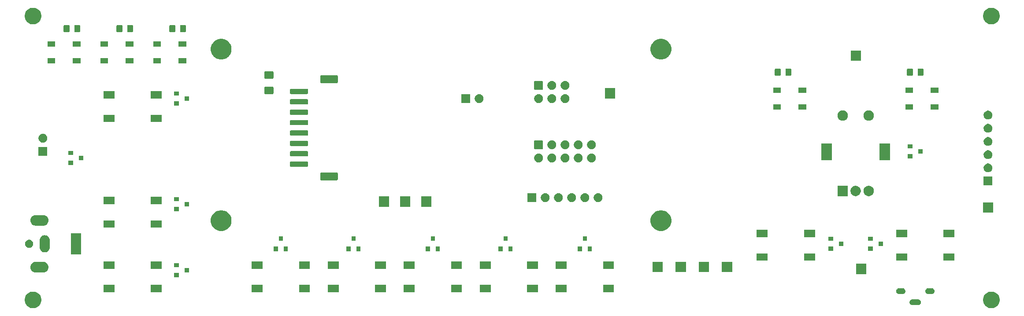
<source format=gbr>
%TF.GenerationSoftware,KiCad,Pcbnew,(5.1.6-0-10_14)*%
%TF.CreationDate,2020-10-26T15:40:05+01:00*%
%TF.ProjectId,GenericEPaperRemote,47656e65-7269-4634-9550-617065725265,rev?*%
%TF.SameCoordinates,Original*%
%TF.FileFunction,Soldermask,Top*%
%TF.FilePolarity,Negative*%
%FSLAX46Y46*%
G04 Gerber Fmt 4.6, Leading zero omitted, Abs format (unit mm)*
G04 Created by KiCad (PCBNEW (5.1.6-0-10_14)) date 2020-10-26 15:40:05*
%MOMM*%
%LPD*%
G01*
G04 APERTURE LIST*
%ADD10C,0.100000*%
G04 APERTURE END LIST*
D10*
G36*
X268917144Y-136225743D02*
G01*
X269071703Y-136256487D01*
X269362884Y-136377098D01*
X269624941Y-136552199D01*
X269847801Y-136775059D01*
X270022902Y-137037116D01*
X270143513Y-137328297D01*
X270205000Y-137637414D01*
X270205000Y-137952586D01*
X270143513Y-138261703D01*
X270022902Y-138552884D01*
X269847801Y-138814941D01*
X269624941Y-139037801D01*
X269362884Y-139212902D01*
X269071703Y-139333513D01*
X268917145Y-139364256D01*
X268762588Y-139395000D01*
X268447412Y-139395000D01*
X268292855Y-139364256D01*
X268138297Y-139333513D01*
X267847116Y-139212902D01*
X267585059Y-139037801D01*
X267362199Y-138814941D01*
X267187098Y-138552884D01*
X267066487Y-138261703D01*
X267005000Y-137952586D01*
X267005000Y-137637414D01*
X267066487Y-137328297D01*
X267187098Y-137037116D01*
X267362199Y-136775059D01*
X267585059Y-136552199D01*
X267847116Y-136377098D01*
X268138297Y-136256487D01*
X268292856Y-136225743D01*
X268447412Y-136195000D01*
X268762588Y-136195000D01*
X268917144Y-136225743D01*
G37*
G36*
X84767144Y-136225743D02*
G01*
X84921703Y-136256487D01*
X85212884Y-136377098D01*
X85474941Y-136552199D01*
X85697801Y-136775059D01*
X85872902Y-137037116D01*
X85993513Y-137328297D01*
X86055000Y-137637414D01*
X86055000Y-137952586D01*
X85993513Y-138261703D01*
X85872902Y-138552884D01*
X85697801Y-138814941D01*
X85474941Y-139037801D01*
X85212884Y-139212902D01*
X84921703Y-139333513D01*
X84767145Y-139364256D01*
X84612588Y-139395000D01*
X84297412Y-139395000D01*
X84142855Y-139364256D01*
X83988297Y-139333513D01*
X83697116Y-139212902D01*
X83435059Y-139037801D01*
X83212199Y-138814941D01*
X83037098Y-138552884D01*
X82916487Y-138261703D01*
X82855000Y-137952586D01*
X82855000Y-137637414D01*
X82916487Y-137328297D01*
X83037098Y-137037116D01*
X83212199Y-136775059D01*
X83435059Y-136552199D01*
X83697116Y-136377098D01*
X83988297Y-136256487D01*
X84142856Y-136225743D01*
X84297412Y-136195000D01*
X84612588Y-136195000D01*
X84767144Y-136225743D01*
G37*
G36*
X254657819Y-137692958D02*
G01*
X254761494Y-137724408D01*
X254761496Y-137724409D01*
X254761499Y-137724410D01*
X254811853Y-137751325D01*
X254857042Y-137775479D01*
X254940790Y-137844210D01*
X255009521Y-137927958D01*
X255022685Y-137952586D01*
X255060590Y-138023501D01*
X255060591Y-138023504D01*
X255060592Y-138023506D01*
X255092042Y-138127181D01*
X255102661Y-138235000D01*
X255092042Y-138342819D01*
X255060592Y-138446494D01*
X255060590Y-138446499D01*
X255033675Y-138496853D01*
X255009521Y-138542042D01*
X254940790Y-138625790D01*
X254857042Y-138694521D01*
X254811853Y-138718675D01*
X254761499Y-138745590D01*
X254761496Y-138745591D01*
X254761494Y-138745592D01*
X254657819Y-138777042D01*
X254577018Y-138785000D01*
X253422982Y-138785000D01*
X253342181Y-138777042D01*
X253238506Y-138745592D01*
X253238504Y-138745591D01*
X253238501Y-138745590D01*
X253188147Y-138718675D01*
X253142958Y-138694521D01*
X253059210Y-138625790D01*
X252990479Y-138542042D01*
X252966325Y-138496853D01*
X252939410Y-138446499D01*
X252939408Y-138446494D01*
X252907958Y-138342819D01*
X252897339Y-138235000D01*
X252907958Y-138127181D01*
X252939408Y-138023506D01*
X252939409Y-138023504D01*
X252939410Y-138023501D01*
X252977315Y-137952586D01*
X252990479Y-137927958D01*
X253059210Y-137844210D01*
X253142958Y-137775479D01*
X253188147Y-137751325D01*
X253238501Y-137724410D01*
X253238504Y-137724409D01*
X253238506Y-137724408D01*
X253342181Y-137692958D01*
X253422982Y-137685000D01*
X254577018Y-137685000D01*
X254657819Y-137692958D01*
G37*
G36*
X251657819Y-135542958D02*
G01*
X251761494Y-135574408D01*
X251761496Y-135574409D01*
X251761499Y-135574410D01*
X251811853Y-135601325D01*
X251857042Y-135625479D01*
X251940790Y-135694210D01*
X252009521Y-135777958D01*
X252033675Y-135823147D01*
X252060590Y-135873501D01*
X252060591Y-135873504D01*
X252060592Y-135873506D01*
X252092042Y-135977181D01*
X252102661Y-136085000D01*
X252092042Y-136192819D01*
X252072728Y-136256487D01*
X252060590Y-136296499D01*
X252033675Y-136346853D01*
X252009521Y-136392042D01*
X251940790Y-136475790D01*
X251857042Y-136544521D01*
X251842677Y-136552199D01*
X251761499Y-136595590D01*
X251761496Y-136595591D01*
X251761494Y-136595592D01*
X251657819Y-136627042D01*
X251577018Y-136635000D01*
X250822982Y-136635000D01*
X250742181Y-136627042D01*
X250638506Y-136595592D01*
X250638504Y-136595591D01*
X250638501Y-136595590D01*
X250557323Y-136552199D01*
X250542958Y-136544521D01*
X250459210Y-136475790D01*
X250390479Y-136392042D01*
X250366325Y-136346853D01*
X250339410Y-136296499D01*
X250327272Y-136256487D01*
X250307958Y-136192819D01*
X250297339Y-136085000D01*
X250307958Y-135977181D01*
X250339408Y-135873506D01*
X250339409Y-135873504D01*
X250339410Y-135873501D01*
X250366325Y-135823147D01*
X250390479Y-135777958D01*
X250459210Y-135694210D01*
X250542958Y-135625479D01*
X250588147Y-135601325D01*
X250638501Y-135574410D01*
X250638504Y-135574409D01*
X250638506Y-135574408D01*
X250742181Y-135542958D01*
X250822982Y-135535000D01*
X251577018Y-135535000D01*
X251657819Y-135542958D01*
G37*
G36*
X257257819Y-135542958D02*
G01*
X257361494Y-135574408D01*
X257361496Y-135574409D01*
X257361499Y-135574410D01*
X257411853Y-135601325D01*
X257457042Y-135625479D01*
X257540790Y-135694210D01*
X257609521Y-135777958D01*
X257633675Y-135823147D01*
X257660590Y-135873501D01*
X257660591Y-135873504D01*
X257660592Y-135873506D01*
X257692042Y-135977181D01*
X257702661Y-136085000D01*
X257692042Y-136192819D01*
X257672728Y-136256487D01*
X257660590Y-136296499D01*
X257633675Y-136346853D01*
X257609521Y-136392042D01*
X257540790Y-136475790D01*
X257457042Y-136544521D01*
X257442677Y-136552199D01*
X257361499Y-136595590D01*
X257361496Y-136595591D01*
X257361494Y-136595592D01*
X257257819Y-136627042D01*
X257177018Y-136635000D01*
X256422982Y-136635000D01*
X256342181Y-136627042D01*
X256238506Y-136595592D01*
X256238504Y-136595591D01*
X256238501Y-136595590D01*
X256157323Y-136552199D01*
X256142958Y-136544521D01*
X256059210Y-136475790D01*
X255990479Y-136392042D01*
X255966325Y-136346853D01*
X255939410Y-136296499D01*
X255927272Y-136256487D01*
X255907958Y-136192819D01*
X255897339Y-136085000D01*
X255907958Y-135977181D01*
X255939408Y-135873506D01*
X255939409Y-135873504D01*
X255939410Y-135873501D01*
X255966325Y-135823147D01*
X255990479Y-135777958D01*
X256059210Y-135694210D01*
X256142958Y-135625479D01*
X256188147Y-135601325D01*
X256238501Y-135574410D01*
X256238504Y-135574409D01*
X256238506Y-135574408D01*
X256342181Y-135542958D01*
X256422982Y-135535000D01*
X257177018Y-135535000D01*
X257257819Y-135542958D01*
G37*
G36*
X196100000Y-136300000D02*
G01*
X194000000Y-136300000D01*
X194000000Y-134900000D01*
X196100000Y-134900000D01*
X196100000Y-136300000D01*
G37*
G36*
X187000000Y-136300000D02*
G01*
X184900000Y-136300000D01*
X184900000Y-134900000D01*
X187000000Y-134900000D01*
X187000000Y-136300000D01*
G37*
G36*
X181495000Y-136300000D02*
G01*
X179395000Y-136300000D01*
X179395000Y-134900000D01*
X181495000Y-134900000D01*
X181495000Y-136300000D01*
G37*
G36*
X172395000Y-136300000D02*
G01*
X170295000Y-136300000D01*
X170295000Y-134900000D01*
X172395000Y-134900000D01*
X172395000Y-136300000D01*
G37*
G36*
X166890000Y-136300000D02*
G01*
X164790000Y-136300000D01*
X164790000Y-134900000D01*
X166890000Y-134900000D01*
X166890000Y-136300000D01*
G37*
G36*
X157790000Y-136300000D02*
G01*
X155690000Y-136300000D01*
X155690000Y-134900000D01*
X157790000Y-134900000D01*
X157790000Y-136300000D01*
G37*
G36*
X152285000Y-136300000D02*
G01*
X150185000Y-136300000D01*
X150185000Y-134900000D01*
X152285000Y-134900000D01*
X152285000Y-136300000D01*
G37*
G36*
X143185000Y-136300000D02*
G01*
X141085000Y-136300000D01*
X141085000Y-134900000D01*
X143185000Y-134900000D01*
X143185000Y-136300000D01*
G37*
G36*
X137680000Y-136300000D02*
G01*
X135580000Y-136300000D01*
X135580000Y-134900000D01*
X137680000Y-134900000D01*
X137680000Y-136300000D01*
G37*
G36*
X128580000Y-136300000D02*
G01*
X126480000Y-136300000D01*
X126480000Y-134900000D01*
X128580000Y-134900000D01*
X128580000Y-136300000D01*
G37*
G36*
X109210000Y-136300000D02*
G01*
X107110000Y-136300000D01*
X107110000Y-134900000D01*
X109210000Y-134900000D01*
X109210000Y-136300000D01*
G37*
G36*
X100110000Y-136300000D02*
G01*
X98010000Y-136300000D01*
X98010000Y-134900000D01*
X100110000Y-134900000D01*
X100110000Y-136300000D01*
G37*
G36*
X112480000Y-133430000D02*
G01*
X111580000Y-133430000D01*
X111580000Y-132630000D01*
X112480000Y-132630000D01*
X112480000Y-133430000D01*
G37*
G36*
X244586000Y-132826000D02*
G01*
X242586000Y-132826000D01*
X242586000Y-130826000D01*
X244586000Y-130826000D01*
X244586000Y-132826000D01*
G37*
G36*
X86558091Y-130504823D02*
G01*
X86656036Y-130514470D01*
X86844535Y-130571651D01*
X87018256Y-130664506D01*
X87170528Y-130789472D01*
X87295494Y-130941744D01*
X87388349Y-131115465D01*
X87445530Y-131303964D01*
X87464838Y-131500000D01*
X87445530Y-131696036D01*
X87388349Y-131884535D01*
X87295494Y-132058256D01*
X87170528Y-132210528D01*
X87018256Y-132335494D01*
X86844535Y-132428349D01*
X86656036Y-132485530D01*
X86558091Y-132495177D01*
X86509120Y-132500000D01*
X84910880Y-132500000D01*
X84861909Y-132495177D01*
X84763964Y-132485530D01*
X84575465Y-132428349D01*
X84401744Y-132335494D01*
X84249472Y-132210528D01*
X84124506Y-132058256D01*
X84031651Y-131884535D01*
X83974470Y-131696036D01*
X83955162Y-131500000D01*
X83974470Y-131303964D01*
X84031651Y-131115465D01*
X84124506Y-130941744D01*
X84249472Y-130789472D01*
X84401744Y-130664506D01*
X84575465Y-130571651D01*
X84763964Y-130514470D01*
X84861909Y-130504823D01*
X84910880Y-130500000D01*
X86509120Y-130500000D01*
X86558091Y-130504823D01*
G37*
G36*
X114480000Y-132480000D02*
G01*
X113580000Y-132480000D01*
X113580000Y-131680000D01*
X114480000Y-131680000D01*
X114480000Y-132480000D01*
G37*
G36*
X205470000Y-132445000D02*
G01*
X203470000Y-132445000D01*
X203470000Y-130445000D01*
X205470000Y-130445000D01*
X205470000Y-132445000D01*
G37*
G36*
X209915000Y-132445000D02*
G01*
X207915000Y-132445000D01*
X207915000Y-130445000D01*
X209915000Y-130445000D01*
X209915000Y-132445000D01*
G37*
G36*
X214360000Y-132445000D02*
G01*
X212360000Y-132445000D01*
X212360000Y-130445000D01*
X214360000Y-130445000D01*
X214360000Y-132445000D01*
G37*
G36*
X218805000Y-132445000D02*
G01*
X216805000Y-132445000D01*
X216805000Y-130445000D01*
X218805000Y-130445000D01*
X218805000Y-132445000D01*
G37*
G36*
X181495000Y-131800000D02*
G01*
X179395000Y-131800000D01*
X179395000Y-130400000D01*
X181495000Y-130400000D01*
X181495000Y-131800000D01*
G37*
G36*
X152285000Y-131800000D02*
G01*
X150185000Y-131800000D01*
X150185000Y-130400000D01*
X152285000Y-130400000D01*
X152285000Y-131800000D01*
G37*
G36*
X109210000Y-131800000D02*
G01*
X107110000Y-131800000D01*
X107110000Y-130400000D01*
X109210000Y-130400000D01*
X109210000Y-131800000D01*
G37*
G36*
X143185000Y-131800000D02*
G01*
X141085000Y-131800000D01*
X141085000Y-130400000D01*
X143185000Y-130400000D01*
X143185000Y-131800000D01*
G37*
G36*
X187000000Y-131800000D02*
G01*
X184900000Y-131800000D01*
X184900000Y-130400000D01*
X187000000Y-130400000D01*
X187000000Y-131800000D01*
G37*
G36*
X157790000Y-131800000D02*
G01*
X155690000Y-131800000D01*
X155690000Y-130400000D01*
X157790000Y-130400000D01*
X157790000Y-131800000D01*
G37*
G36*
X196100000Y-131800000D02*
G01*
X194000000Y-131800000D01*
X194000000Y-130400000D01*
X196100000Y-130400000D01*
X196100000Y-131800000D01*
G37*
G36*
X172395000Y-131800000D02*
G01*
X170295000Y-131800000D01*
X170295000Y-130400000D01*
X172395000Y-130400000D01*
X172395000Y-131800000D01*
G37*
G36*
X100110000Y-131800000D02*
G01*
X98010000Y-131800000D01*
X98010000Y-130400000D01*
X100110000Y-130400000D01*
X100110000Y-131800000D01*
G37*
G36*
X128580000Y-131800000D02*
G01*
X126480000Y-131800000D01*
X126480000Y-130400000D01*
X128580000Y-130400000D01*
X128580000Y-131800000D01*
G37*
G36*
X137680000Y-131800000D02*
G01*
X135580000Y-131800000D01*
X135580000Y-130400000D01*
X137680000Y-130400000D01*
X137680000Y-131800000D01*
G37*
G36*
X166890000Y-131800000D02*
G01*
X164790000Y-131800000D01*
X164790000Y-130400000D01*
X166890000Y-130400000D01*
X166890000Y-131800000D01*
G37*
G36*
X112480000Y-131530000D02*
G01*
X111580000Y-131530000D01*
X111580000Y-130730000D01*
X112480000Y-130730000D01*
X112480000Y-131530000D01*
G37*
G36*
X261530000Y-130240000D02*
G01*
X259430000Y-130240000D01*
X259430000Y-128840000D01*
X261530000Y-128840000D01*
X261530000Y-130240000D01*
G37*
G36*
X252430000Y-130240000D02*
G01*
X250330000Y-130240000D01*
X250330000Y-128840000D01*
X252430000Y-128840000D01*
X252430000Y-130240000D01*
G37*
G36*
X234730000Y-130240000D02*
G01*
X232630000Y-130240000D01*
X232630000Y-128840000D01*
X234730000Y-128840000D01*
X234730000Y-130240000D01*
G37*
G36*
X225630000Y-130240000D02*
G01*
X223530000Y-130240000D01*
X223530000Y-128840000D01*
X225630000Y-128840000D01*
X225630000Y-130240000D01*
G37*
G36*
X93710000Y-129000000D02*
G01*
X91710000Y-129000000D01*
X91710000Y-125000000D01*
X93710000Y-125000000D01*
X93710000Y-129000000D01*
G37*
G36*
X86906035Y-125364470D02*
G01*
X87045484Y-125406772D01*
X87094534Y-125421651D01*
X87268258Y-125514508D01*
X87268260Y-125514509D01*
X87268259Y-125514509D01*
X87420528Y-125639472D01*
X87545494Y-125791744D01*
X87638349Y-125965465D01*
X87695530Y-126153964D01*
X87710000Y-126300881D01*
X87710000Y-127699119D01*
X87695530Y-127846036D01*
X87638349Y-128034535D01*
X87545494Y-128208256D01*
X87420528Y-128360528D01*
X87268256Y-128485494D01*
X87094535Y-128578349D01*
X86906036Y-128635530D01*
X86710000Y-128654838D01*
X86513965Y-128635530D01*
X86325466Y-128578349D01*
X86151745Y-128485494D01*
X85999473Y-128360528D01*
X85874507Y-128208256D01*
X85781652Y-128034535D01*
X85724471Y-127846035D01*
X85710000Y-127699119D01*
X85710000Y-126300882D01*
X85724470Y-126153965D01*
X85781650Y-125965470D01*
X85781651Y-125965466D01*
X85874508Y-125791742D01*
X85999472Y-125639472D01*
X86151744Y-125514506D01*
X86325465Y-125421651D01*
X86513964Y-125364470D01*
X86710000Y-125345162D01*
X86906035Y-125364470D01*
G37*
G36*
X162640000Y-128450000D02*
G01*
X161840000Y-128450000D01*
X161840000Y-127550000D01*
X162640000Y-127550000D01*
X162640000Y-128450000D01*
G37*
G36*
X189950000Y-128450000D02*
G01*
X189150000Y-128450000D01*
X189150000Y-127550000D01*
X189950000Y-127550000D01*
X189950000Y-128450000D01*
G37*
G36*
X174710000Y-128450000D02*
G01*
X173910000Y-128450000D01*
X173910000Y-127550000D01*
X174710000Y-127550000D01*
X174710000Y-128450000D01*
G37*
G36*
X176610000Y-128450000D02*
G01*
X175810000Y-128450000D01*
X175810000Y-127550000D01*
X176610000Y-127550000D01*
X176610000Y-128450000D01*
G37*
G36*
X191850000Y-128450000D02*
G01*
X191050000Y-128450000D01*
X191050000Y-127550000D01*
X191850000Y-127550000D01*
X191850000Y-128450000D01*
G37*
G36*
X131530000Y-128450000D02*
G01*
X130730000Y-128450000D01*
X130730000Y-127550000D01*
X131530000Y-127550000D01*
X131530000Y-128450000D01*
G37*
G36*
X133430000Y-128450000D02*
G01*
X132630000Y-128450000D01*
X132630000Y-127550000D01*
X133430000Y-127550000D01*
X133430000Y-128450000D01*
G37*
G36*
X145500000Y-128450000D02*
G01*
X144700000Y-128450000D01*
X144700000Y-127550000D01*
X145500000Y-127550000D01*
X145500000Y-128450000D01*
G37*
G36*
X160740000Y-128450000D02*
G01*
X159940000Y-128450000D01*
X159940000Y-127550000D01*
X160740000Y-127550000D01*
X160740000Y-128450000D01*
G37*
G36*
X147400000Y-128450000D02*
G01*
X146600000Y-128450000D01*
X146600000Y-127550000D01*
X147400000Y-127550000D01*
X147400000Y-128450000D01*
G37*
G36*
X238210000Y-128350000D02*
G01*
X237310000Y-128350000D01*
X237310000Y-127550000D01*
X238210000Y-127550000D01*
X238210000Y-128350000D01*
G37*
G36*
X245830000Y-128350000D02*
G01*
X244930000Y-128350000D01*
X244930000Y-127550000D01*
X245830000Y-127550000D01*
X245830000Y-128350000D01*
G37*
G36*
X83840312Y-126210248D02*
G01*
X83943351Y-126230743D01*
X84088942Y-126291049D01*
X84219970Y-126378599D01*
X84331401Y-126490030D01*
X84418951Y-126621058D01*
X84479257Y-126766649D01*
X84510000Y-126921207D01*
X84510000Y-127078793D01*
X84479257Y-127233351D01*
X84418951Y-127378942D01*
X84331401Y-127509970D01*
X84219970Y-127621401D01*
X84088942Y-127708951D01*
X83943351Y-127769257D01*
X83840312Y-127789752D01*
X83788794Y-127800000D01*
X83631206Y-127800000D01*
X83579688Y-127789752D01*
X83476649Y-127769257D01*
X83331058Y-127708951D01*
X83200030Y-127621401D01*
X83088599Y-127509970D01*
X83001049Y-127378942D01*
X82940743Y-127233351D01*
X82910000Y-127078793D01*
X82910000Y-126921207D01*
X82940743Y-126766649D01*
X83001049Y-126621058D01*
X83088599Y-126490030D01*
X83200030Y-126378599D01*
X83331058Y-126291049D01*
X83476649Y-126230743D01*
X83579688Y-126210248D01*
X83631206Y-126200000D01*
X83788794Y-126200000D01*
X83840312Y-126210248D01*
G37*
G36*
X240210000Y-127400000D02*
G01*
X239310000Y-127400000D01*
X239310000Y-126600000D01*
X240210000Y-126600000D01*
X240210000Y-127400000D01*
G37*
G36*
X247830000Y-127400000D02*
G01*
X246930000Y-127400000D01*
X246930000Y-126600000D01*
X247830000Y-126600000D01*
X247830000Y-127400000D01*
G37*
G36*
X132480000Y-126450000D02*
G01*
X131680000Y-126450000D01*
X131680000Y-125550000D01*
X132480000Y-125550000D01*
X132480000Y-126450000D01*
G37*
G36*
X146450000Y-126450000D02*
G01*
X145650000Y-126450000D01*
X145650000Y-125550000D01*
X146450000Y-125550000D01*
X146450000Y-126450000D01*
G37*
G36*
X245830000Y-126450000D02*
G01*
X244930000Y-126450000D01*
X244930000Y-125650000D01*
X245830000Y-125650000D01*
X245830000Y-126450000D01*
G37*
G36*
X238210000Y-126450000D02*
G01*
X237310000Y-126450000D01*
X237310000Y-125650000D01*
X238210000Y-125650000D01*
X238210000Y-126450000D01*
G37*
G36*
X190900000Y-126450000D02*
G01*
X190100000Y-126450000D01*
X190100000Y-125550000D01*
X190900000Y-125550000D01*
X190900000Y-126450000D01*
G37*
G36*
X175660000Y-126450000D02*
G01*
X174860000Y-126450000D01*
X174860000Y-125550000D01*
X175660000Y-125550000D01*
X175660000Y-126450000D01*
G37*
G36*
X161690000Y-126450000D02*
G01*
X160890000Y-126450000D01*
X160890000Y-125550000D01*
X161690000Y-125550000D01*
X161690000Y-126450000D01*
G37*
G36*
X261530000Y-125740000D02*
G01*
X259430000Y-125740000D01*
X259430000Y-124340000D01*
X261530000Y-124340000D01*
X261530000Y-125740000D01*
G37*
G36*
X252430000Y-125740000D02*
G01*
X250330000Y-125740000D01*
X250330000Y-124340000D01*
X252430000Y-124340000D01*
X252430000Y-125740000D01*
G37*
G36*
X234730000Y-125740000D02*
G01*
X232630000Y-125740000D01*
X232630000Y-124340000D01*
X234730000Y-124340000D01*
X234730000Y-125740000D01*
G37*
G36*
X225630000Y-125740000D02*
G01*
X223530000Y-125740000D01*
X223530000Y-124340000D01*
X225630000Y-124340000D01*
X225630000Y-125740000D01*
G37*
G36*
X205693378Y-120626859D02*
G01*
X206057355Y-120777623D01*
X206384926Y-120996499D01*
X206663501Y-121275074D01*
X206882377Y-121602645D01*
X207033141Y-121966622D01*
X207110000Y-122353017D01*
X207110000Y-122746983D01*
X207033141Y-123133378D01*
X206882377Y-123497355D01*
X206663501Y-123824926D01*
X206384926Y-124103501D01*
X206057355Y-124322377D01*
X205693378Y-124473141D01*
X205306983Y-124550000D01*
X204913017Y-124550000D01*
X204526622Y-124473141D01*
X204162645Y-124322377D01*
X203835074Y-124103501D01*
X203556499Y-123824926D01*
X203337623Y-123497355D01*
X203186859Y-123133378D01*
X203110000Y-122746983D01*
X203110000Y-122353017D01*
X203186859Y-121966622D01*
X203337623Y-121602645D01*
X203556499Y-121275074D01*
X203835074Y-120996499D01*
X204162645Y-120777623D01*
X204526622Y-120626859D01*
X204913017Y-120550000D01*
X205306983Y-120550000D01*
X205693378Y-120626859D01*
G37*
G36*
X121193378Y-120626859D02*
G01*
X121557355Y-120777623D01*
X121884926Y-120996499D01*
X122163501Y-121275074D01*
X122382377Y-121602645D01*
X122533141Y-121966622D01*
X122610000Y-122353017D01*
X122610000Y-122746983D01*
X122533141Y-123133378D01*
X122382377Y-123497355D01*
X122163501Y-123824926D01*
X121884926Y-124103501D01*
X121557355Y-124322377D01*
X121193378Y-124473141D01*
X120806983Y-124550000D01*
X120413017Y-124550000D01*
X120026622Y-124473141D01*
X119662645Y-124322377D01*
X119335074Y-124103501D01*
X119056499Y-123824926D01*
X118837623Y-123497355D01*
X118686859Y-123133378D01*
X118610000Y-122746983D01*
X118610000Y-122353017D01*
X118686859Y-121966622D01*
X118837623Y-121602645D01*
X119056499Y-121275074D01*
X119335074Y-120996499D01*
X119662645Y-120777623D01*
X120026622Y-120626859D01*
X120413017Y-120550000D01*
X120806983Y-120550000D01*
X121193378Y-120626859D01*
G37*
G36*
X109210000Y-123890000D02*
G01*
X107110000Y-123890000D01*
X107110000Y-122490000D01*
X109210000Y-122490000D01*
X109210000Y-123890000D01*
G37*
G36*
X100110000Y-123890000D02*
G01*
X98010000Y-123890000D01*
X98010000Y-122490000D01*
X100110000Y-122490000D01*
X100110000Y-123890000D01*
G37*
G36*
X86558091Y-121504823D02*
G01*
X86656036Y-121514470D01*
X86844535Y-121571651D01*
X87018256Y-121664506D01*
X87170528Y-121789472D01*
X87295494Y-121941744D01*
X87388349Y-122115465D01*
X87445530Y-122303964D01*
X87464838Y-122500000D01*
X87445530Y-122696036D01*
X87388349Y-122884535D01*
X87295494Y-123058256D01*
X87170528Y-123210528D01*
X87018256Y-123335494D01*
X86844535Y-123428349D01*
X86656036Y-123485530D01*
X86558091Y-123495177D01*
X86509120Y-123500000D01*
X84910880Y-123500000D01*
X84861909Y-123495177D01*
X84763964Y-123485530D01*
X84575465Y-123428349D01*
X84401744Y-123335494D01*
X84249472Y-123210528D01*
X84124506Y-123058256D01*
X84031651Y-122884535D01*
X83974470Y-122696036D01*
X83955162Y-122500000D01*
X83974470Y-122303964D01*
X84031651Y-122115465D01*
X84124506Y-121941744D01*
X84249472Y-121789472D01*
X84401744Y-121664506D01*
X84575465Y-121571651D01*
X84763964Y-121514470D01*
X84861909Y-121504823D01*
X84910880Y-121500000D01*
X86509120Y-121500000D01*
X86558091Y-121504823D01*
G37*
G36*
X268970000Y-121015000D02*
G01*
X266970000Y-121015000D01*
X266970000Y-119015000D01*
X268970000Y-119015000D01*
X268970000Y-121015000D01*
G37*
G36*
X112480000Y-120730000D02*
G01*
X111580000Y-120730000D01*
X111580000Y-119930000D01*
X112480000Y-119930000D01*
X112480000Y-120730000D01*
G37*
G36*
X152892000Y-119872000D02*
G01*
X150892000Y-119872000D01*
X150892000Y-117872000D01*
X152892000Y-117872000D01*
X152892000Y-119872000D01*
G37*
G36*
X161020000Y-119872000D02*
G01*
X159020000Y-119872000D01*
X159020000Y-117872000D01*
X161020000Y-117872000D01*
X161020000Y-119872000D01*
G37*
G36*
X156956000Y-119872000D02*
G01*
X154956000Y-119872000D01*
X154956000Y-117872000D01*
X156956000Y-117872000D01*
X156956000Y-119872000D01*
G37*
G36*
X114480000Y-119780000D02*
G01*
X113580000Y-119780000D01*
X113580000Y-118980000D01*
X114480000Y-118980000D01*
X114480000Y-119780000D01*
G37*
G36*
X100110000Y-119390000D02*
G01*
X98010000Y-119390000D01*
X98010000Y-117990000D01*
X100110000Y-117990000D01*
X100110000Y-119390000D01*
G37*
G36*
X109210000Y-119390000D02*
G01*
X107110000Y-119390000D01*
X107110000Y-117990000D01*
X109210000Y-117990000D01*
X109210000Y-119390000D01*
G37*
G36*
X181190000Y-118960000D02*
G01*
X179490000Y-118960000D01*
X179490000Y-117260000D01*
X181190000Y-117260000D01*
X181190000Y-118960000D01*
G37*
G36*
X193287936Y-117292665D02*
G01*
X193442626Y-117356739D01*
X193512076Y-117403145D01*
X193581844Y-117449762D01*
X193700238Y-117568156D01*
X193746855Y-117637924D01*
X193793261Y-117707374D01*
X193857335Y-117862064D01*
X193890000Y-118026282D01*
X193890000Y-118193718D01*
X193857335Y-118357936D01*
X193793261Y-118512626D01*
X193746855Y-118582076D01*
X193700238Y-118651844D01*
X193581844Y-118770238D01*
X193512076Y-118816855D01*
X193442626Y-118863261D01*
X193287936Y-118927335D01*
X193123718Y-118960000D01*
X192956282Y-118960000D01*
X192792064Y-118927335D01*
X192637374Y-118863261D01*
X192567924Y-118816855D01*
X192498156Y-118770238D01*
X192379762Y-118651844D01*
X192333145Y-118582076D01*
X192286739Y-118512626D01*
X192222665Y-118357936D01*
X192190000Y-118193718D01*
X192190000Y-118026282D01*
X192222665Y-117862064D01*
X192286739Y-117707374D01*
X192333145Y-117637924D01*
X192379762Y-117568156D01*
X192498156Y-117449762D01*
X192567924Y-117403145D01*
X192637374Y-117356739D01*
X192792064Y-117292665D01*
X192956282Y-117260000D01*
X193123718Y-117260000D01*
X193287936Y-117292665D01*
G37*
G36*
X190747936Y-117292665D02*
G01*
X190902626Y-117356739D01*
X190972076Y-117403145D01*
X191041844Y-117449762D01*
X191160238Y-117568156D01*
X191206855Y-117637924D01*
X191253261Y-117707374D01*
X191317335Y-117862064D01*
X191350000Y-118026282D01*
X191350000Y-118193718D01*
X191317335Y-118357936D01*
X191253261Y-118512626D01*
X191206855Y-118582076D01*
X191160238Y-118651844D01*
X191041844Y-118770238D01*
X190972076Y-118816855D01*
X190902626Y-118863261D01*
X190747936Y-118927335D01*
X190583718Y-118960000D01*
X190416282Y-118960000D01*
X190252064Y-118927335D01*
X190097374Y-118863261D01*
X190027924Y-118816855D01*
X189958156Y-118770238D01*
X189839762Y-118651844D01*
X189793145Y-118582076D01*
X189746739Y-118512626D01*
X189682665Y-118357936D01*
X189650000Y-118193718D01*
X189650000Y-118026282D01*
X189682665Y-117862064D01*
X189746739Y-117707374D01*
X189793145Y-117637924D01*
X189839762Y-117568156D01*
X189958156Y-117449762D01*
X190027924Y-117403145D01*
X190097374Y-117356739D01*
X190252064Y-117292665D01*
X190416282Y-117260000D01*
X190583718Y-117260000D01*
X190747936Y-117292665D01*
G37*
G36*
X188207936Y-117292665D02*
G01*
X188362626Y-117356739D01*
X188432076Y-117403145D01*
X188501844Y-117449762D01*
X188620238Y-117568156D01*
X188666855Y-117637924D01*
X188713261Y-117707374D01*
X188777335Y-117862064D01*
X188810000Y-118026282D01*
X188810000Y-118193718D01*
X188777335Y-118357936D01*
X188713261Y-118512626D01*
X188666855Y-118582076D01*
X188620238Y-118651844D01*
X188501844Y-118770238D01*
X188432076Y-118816855D01*
X188362626Y-118863261D01*
X188207936Y-118927335D01*
X188043718Y-118960000D01*
X187876282Y-118960000D01*
X187712064Y-118927335D01*
X187557374Y-118863261D01*
X187487924Y-118816855D01*
X187418156Y-118770238D01*
X187299762Y-118651844D01*
X187253145Y-118582076D01*
X187206739Y-118512626D01*
X187142665Y-118357936D01*
X187110000Y-118193718D01*
X187110000Y-118026282D01*
X187142665Y-117862064D01*
X187206739Y-117707374D01*
X187253145Y-117637924D01*
X187299762Y-117568156D01*
X187418156Y-117449762D01*
X187487924Y-117403145D01*
X187557374Y-117356739D01*
X187712064Y-117292665D01*
X187876282Y-117260000D01*
X188043718Y-117260000D01*
X188207936Y-117292665D01*
G37*
G36*
X185667936Y-117292665D02*
G01*
X185822626Y-117356739D01*
X185892076Y-117403145D01*
X185961844Y-117449762D01*
X186080238Y-117568156D01*
X186126855Y-117637924D01*
X186173261Y-117707374D01*
X186237335Y-117862064D01*
X186270000Y-118026282D01*
X186270000Y-118193718D01*
X186237335Y-118357936D01*
X186173261Y-118512626D01*
X186126855Y-118582076D01*
X186080238Y-118651844D01*
X185961844Y-118770238D01*
X185892076Y-118816855D01*
X185822626Y-118863261D01*
X185667936Y-118927335D01*
X185503718Y-118960000D01*
X185336282Y-118960000D01*
X185172064Y-118927335D01*
X185017374Y-118863261D01*
X184947924Y-118816855D01*
X184878156Y-118770238D01*
X184759762Y-118651844D01*
X184713145Y-118582076D01*
X184666739Y-118512626D01*
X184602665Y-118357936D01*
X184570000Y-118193718D01*
X184570000Y-118026282D01*
X184602665Y-117862064D01*
X184666739Y-117707374D01*
X184713145Y-117637924D01*
X184759762Y-117568156D01*
X184878156Y-117449762D01*
X184947924Y-117403145D01*
X185017374Y-117356739D01*
X185172064Y-117292665D01*
X185336282Y-117260000D01*
X185503718Y-117260000D01*
X185667936Y-117292665D01*
G37*
G36*
X183127936Y-117292665D02*
G01*
X183282626Y-117356739D01*
X183352076Y-117403145D01*
X183421844Y-117449762D01*
X183540238Y-117568156D01*
X183586855Y-117637924D01*
X183633261Y-117707374D01*
X183697335Y-117862064D01*
X183730000Y-118026282D01*
X183730000Y-118193718D01*
X183697335Y-118357936D01*
X183633261Y-118512626D01*
X183586855Y-118582076D01*
X183540238Y-118651844D01*
X183421844Y-118770238D01*
X183352076Y-118816855D01*
X183282626Y-118863261D01*
X183127936Y-118927335D01*
X182963718Y-118960000D01*
X182796282Y-118960000D01*
X182632064Y-118927335D01*
X182477374Y-118863261D01*
X182407924Y-118816855D01*
X182338156Y-118770238D01*
X182219762Y-118651844D01*
X182173145Y-118582076D01*
X182126739Y-118512626D01*
X182062665Y-118357936D01*
X182030000Y-118193718D01*
X182030000Y-118026282D01*
X182062665Y-117862064D01*
X182126739Y-117707374D01*
X182173145Y-117637924D01*
X182219762Y-117568156D01*
X182338156Y-117449762D01*
X182407924Y-117403145D01*
X182477374Y-117356739D01*
X182632064Y-117292665D01*
X182796282Y-117260000D01*
X182963718Y-117260000D01*
X183127936Y-117292665D01*
G37*
G36*
X112480000Y-118830000D02*
G01*
X111580000Y-118830000D01*
X111580000Y-118030000D01*
X112480000Y-118030000D01*
X112480000Y-118830000D01*
G37*
G36*
X245225090Y-115859215D02*
G01*
X245321689Y-115878429D01*
X245503678Y-115953811D01*
X245667463Y-116063249D01*
X245806751Y-116202537D01*
X245916189Y-116366322D01*
X245991571Y-116548311D01*
X246030000Y-116741509D01*
X246030000Y-116938491D01*
X245991571Y-117131689D01*
X245916189Y-117313678D01*
X245806751Y-117477463D01*
X245667463Y-117616751D01*
X245503678Y-117726189D01*
X245321689Y-117801571D01*
X245225090Y-117820786D01*
X245128493Y-117840000D01*
X244931507Y-117840000D01*
X244834910Y-117820786D01*
X244738311Y-117801571D01*
X244556322Y-117726189D01*
X244392537Y-117616751D01*
X244253249Y-117477463D01*
X244143811Y-117313678D01*
X244068429Y-117131689D01*
X244030000Y-116938491D01*
X244030000Y-116741509D01*
X244068429Y-116548311D01*
X244143811Y-116366322D01*
X244253249Y-116202537D01*
X244392537Y-116063249D01*
X244556322Y-115953811D01*
X244738311Y-115878429D01*
X244834910Y-115859215D01*
X244931507Y-115840000D01*
X245128493Y-115840000D01*
X245225090Y-115859215D01*
G37*
G36*
X241030000Y-117840000D02*
G01*
X239030000Y-117840000D01*
X239030000Y-115840000D01*
X241030000Y-115840000D01*
X241030000Y-117840000D01*
G37*
G36*
X242725090Y-115859215D02*
G01*
X242821689Y-115878429D01*
X243003678Y-115953811D01*
X243167463Y-116063249D01*
X243306751Y-116202537D01*
X243416189Y-116366322D01*
X243491571Y-116548311D01*
X243530000Y-116741509D01*
X243530000Y-116938491D01*
X243491571Y-117131689D01*
X243416189Y-117313678D01*
X243306751Y-117477463D01*
X243167463Y-117616751D01*
X243003678Y-117726189D01*
X242821689Y-117801571D01*
X242725090Y-117820786D01*
X242628493Y-117840000D01*
X242431507Y-117840000D01*
X242334910Y-117820786D01*
X242238311Y-117801571D01*
X242056322Y-117726189D01*
X241892537Y-117616751D01*
X241753249Y-117477463D01*
X241643811Y-117313678D01*
X241568429Y-117131689D01*
X241530000Y-116938491D01*
X241530000Y-116741509D01*
X241568429Y-116548311D01*
X241643811Y-116366322D01*
X241753249Y-116202537D01*
X241892537Y-116063249D01*
X242056322Y-115953811D01*
X242238311Y-115878429D01*
X242334910Y-115859215D01*
X242431507Y-115840000D01*
X242628493Y-115840000D01*
X242725090Y-115859215D01*
G37*
G36*
X268820000Y-115785000D02*
G01*
X267120000Y-115785000D01*
X267120000Y-114085000D01*
X268820000Y-114085000D01*
X268820000Y-115785000D01*
G37*
G36*
X142860913Y-113284320D02*
G01*
X142900249Y-113296253D01*
X142936509Y-113315634D01*
X142968287Y-113341713D01*
X142994366Y-113373491D01*
X143013747Y-113409751D01*
X143025680Y-113449087D01*
X143030000Y-113492948D01*
X143030000Y-114567052D01*
X143025680Y-114610913D01*
X143013747Y-114650249D01*
X142994366Y-114686509D01*
X142968287Y-114718287D01*
X142936509Y-114744366D01*
X142900249Y-114763747D01*
X142860913Y-114775680D01*
X142817052Y-114780000D01*
X139842948Y-114780000D01*
X139799087Y-114775680D01*
X139759751Y-114763747D01*
X139723491Y-114744366D01*
X139691713Y-114718287D01*
X139665634Y-114686509D01*
X139646253Y-114650249D01*
X139634320Y-114610913D01*
X139630000Y-114567052D01*
X139630000Y-113492948D01*
X139634320Y-113449087D01*
X139646253Y-113409751D01*
X139665634Y-113373491D01*
X139691713Y-113341713D01*
X139723491Y-113315634D01*
X139759751Y-113296253D01*
X139799087Y-113284320D01*
X139842948Y-113280000D01*
X142817052Y-113280000D01*
X142860913Y-113284320D01*
G37*
G36*
X268217936Y-111577665D02*
G01*
X268372626Y-111641739D01*
X268442076Y-111688145D01*
X268511844Y-111734762D01*
X268630238Y-111853156D01*
X268676855Y-111922924D01*
X268723261Y-111992374D01*
X268787335Y-112147064D01*
X268820000Y-112311282D01*
X268820000Y-112478718D01*
X268787335Y-112642936D01*
X268723261Y-112797626D01*
X268676855Y-112867076D01*
X268630238Y-112936844D01*
X268511844Y-113055238D01*
X268442076Y-113101855D01*
X268372626Y-113148261D01*
X268217936Y-113212335D01*
X268053718Y-113245000D01*
X267886282Y-113245000D01*
X267722064Y-113212335D01*
X267567374Y-113148261D01*
X267497924Y-113101855D01*
X267428156Y-113055238D01*
X267309762Y-112936844D01*
X267263145Y-112867076D01*
X267216739Y-112797626D01*
X267152665Y-112642936D01*
X267120000Y-112478718D01*
X267120000Y-112311282D01*
X267152665Y-112147064D01*
X267216739Y-111992374D01*
X267263145Y-111922924D01*
X267309762Y-111853156D01*
X267428156Y-111734762D01*
X267497924Y-111688145D01*
X267567374Y-111641739D01*
X267722064Y-111577665D01*
X267886282Y-111545000D01*
X268053718Y-111545000D01*
X268217936Y-111577665D01*
G37*
G36*
X137152865Y-111184512D02*
G01*
X137194076Y-111197014D01*
X137232065Y-111217319D01*
X137265358Y-111244642D01*
X137292681Y-111277935D01*
X137312986Y-111315924D01*
X137325488Y-111357135D01*
X137330000Y-111402947D01*
X137330000Y-111957053D01*
X137325488Y-112002865D01*
X137312986Y-112044076D01*
X137292681Y-112082065D01*
X137265358Y-112115358D01*
X137232065Y-112142681D01*
X137194076Y-112162986D01*
X137152865Y-112175488D01*
X137107053Y-112180000D01*
X134052947Y-112180000D01*
X134007135Y-112175488D01*
X133965924Y-112162986D01*
X133927935Y-112142681D01*
X133894642Y-112115358D01*
X133867319Y-112082065D01*
X133847014Y-112044076D01*
X133834512Y-112002865D01*
X133830000Y-111957053D01*
X133830000Y-111402947D01*
X133834512Y-111357135D01*
X133847014Y-111315924D01*
X133867319Y-111277935D01*
X133894642Y-111244642D01*
X133927935Y-111217319D01*
X133965924Y-111197014D01*
X134007135Y-111184512D01*
X134052947Y-111180000D01*
X137107053Y-111180000D01*
X137152865Y-111184512D01*
G37*
G36*
X92160000Y-111840000D02*
G01*
X91260000Y-111840000D01*
X91260000Y-111040000D01*
X92160000Y-111040000D01*
X92160000Y-111840000D01*
G37*
G36*
X192017936Y-109672665D02*
G01*
X192172626Y-109736739D01*
X192224322Y-109771282D01*
X192311844Y-109829762D01*
X192430238Y-109948156D01*
X192466793Y-110002865D01*
X192523261Y-110087374D01*
X192587335Y-110242064D01*
X192620000Y-110406282D01*
X192620000Y-110573718D01*
X192587335Y-110737936D01*
X192523261Y-110892626D01*
X192491606Y-110940000D01*
X192430238Y-111031844D01*
X192311844Y-111150238D01*
X192260549Y-111184512D01*
X192172626Y-111243261D01*
X192057114Y-111291107D01*
X192017936Y-111307335D01*
X191853718Y-111340000D01*
X191686282Y-111340000D01*
X191522064Y-111307335D01*
X191482886Y-111291107D01*
X191367374Y-111243261D01*
X191279451Y-111184512D01*
X191228156Y-111150238D01*
X191109762Y-111031844D01*
X191048394Y-110940000D01*
X191016739Y-110892626D01*
X190952665Y-110737936D01*
X190920000Y-110573718D01*
X190920000Y-110406282D01*
X190952665Y-110242064D01*
X191016739Y-110087374D01*
X191073207Y-110002865D01*
X191109762Y-109948156D01*
X191228156Y-109829762D01*
X191315678Y-109771282D01*
X191367374Y-109736739D01*
X191522064Y-109672665D01*
X191686282Y-109640000D01*
X191853718Y-109640000D01*
X192017936Y-109672665D01*
G37*
G36*
X181857936Y-109672665D02*
G01*
X182012626Y-109736739D01*
X182064322Y-109771282D01*
X182151844Y-109829762D01*
X182270238Y-109948156D01*
X182306793Y-110002865D01*
X182363261Y-110087374D01*
X182427335Y-110242064D01*
X182460000Y-110406282D01*
X182460000Y-110573718D01*
X182427335Y-110737936D01*
X182363261Y-110892626D01*
X182331606Y-110940000D01*
X182270238Y-111031844D01*
X182151844Y-111150238D01*
X182100549Y-111184512D01*
X182012626Y-111243261D01*
X181857936Y-111307335D01*
X181693718Y-111340000D01*
X181526282Y-111340000D01*
X181362064Y-111307335D01*
X181207374Y-111243261D01*
X181119451Y-111184512D01*
X181068156Y-111150238D01*
X180949762Y-111031844D01*
X180888394Y-110940000D01*
X180856739Y-110892626D01*
X180792665Y-110737936D01*
X180760000Y-110573718D01*
X180760000Y-110406282D01*
X180792665Y-110242064D01*
X180856739Y-110087374D01*
X180913207Y-110002865D01*
X180949762Y-109948156D01*
X181068156Y-109829762D01*
X181155678Y-109771282D01*
X181207374Y-109736739D01*
X181362064Y-109672665D01*
X181526282Y-109640000D01*
X181693718Y-109640000D01*
X181857936Y-109672665D01*
G37*
G36*
X184397936Y-109672665D02*
G01*
X184552626Y-109736739D01*
X184604322Y-109771282D01*
X184691844Y-109829762D01*
X184810238Y-109948156D01*
X184846793Y-110002865D01*
X184903261Y-110087374D01*
X184967335Y-110242064D01*
X185000000Y-110406282D01*
X185000000Y-110573718D01*
X184967335Y-110737936D01*
X184903261Y-110892626D01*
X184871606Y-110940000D01*
X184810238Y-111031844D01*
X184691844Y-111150238D01*
X184640549Y-111184512D01*
X184552626Y-111243261D01*
X184397936Y-111307335D01*
X184233718Y-111340000D01*
X184066282Y-111340000D01*
X183902064Y-111307335D01*
X183747374Y-111243261D01*
X183659451Y-111184512D01*
X183608156Y-111150238D01*
X183489762Y-111031844D01*
X183428394Y-110940000D01*
X183396739Y-110892626D01*
X183332665Y-110737936D01*
X183300000Y-110573718D01*
X183300000Y-110406282D01*
X183332665Y-110242064D01*
X183396739Y-110087374D01*
X183453207Y-110002865D01*
X183489762Y-109948156D01*
X183608156Y-109829762D01*
X183695678Y-109771282D01*
X183747374Y-109736739D01*
X183902064Y-109672665D01*
X184066282Y-109640000D01*
X184233718Y-109640000D01*
X184397936Y-109672665D01*
G37*
G36*
X189477936Y-109672665D02*
G01*
X189632626Y-109736739D01*
X189684322Y-109771282D01*
X189771844Y-109829762D01*
X189890238Y-109948156D01*
X189926793Y-110002865D01*
X189983261Y-110087374D01*
X190047335Y-110242064D01*
X190080000Y-110406282D01*
X190080000Y-110573718D01*
X190047335Y-110737936D01*
X189983261Y-110892626D01*
X189951606Y-110940000D01*
X189890238Y-111031844D01*
X189771844Y-111150238D01*
X189720549Y-111184512D01*
X189632626Y-111243261D01*
X189517114Y-111291107D01*
X189477936Y-111307335D01*
X189313718Y-111340000D01*
X189146282Y-111340000D01*
X188982064Y-111307335D01*
X188942886Y-111291107D01*
X188827374Y-111243261D01*
X188739451Y-111184512D01*
X188688156Y-111150238D01*
X188569762Y-111031844D01*
X188508394Y-110940000D01*
X188476739Y-110892626D01*
X188412665Y-110737936D01*
X188380000Y-110573718D01*
X188380000Y-110406282D01*
X188412665Y-110242064D01*
X188476739Y-110087374D01*
X188533207Y-110002865D01*
X188569762Y-109948156D01*
X188688156Y-109829762D01*
X188775678Y-109771282D01*
X188827374Y-109736739D01*
X188982064Y-109672665D01*
X189146282Y-109640000D01*
X189313718Y-109640000D01*
X189477936Y-109672665D01*
G37*
G36*
X186937936Y-109672665D02*
G01*
X187092626Y-109736739D01*
X187144322Y-109771282D01*
X187231844Y-109829762D01*
X187350238Y-109948156D01*
X187386793Y-110002865D01*
X187443261Y-110087374D01*
X187507335Y-110242064D01*
X187540000Y-110406282D01*
X187540000Y-110573718D01*
X187507335Y-110737936D01*
X187443261Y-110892626D01*
X187411606Y-110940000D01*
X187350238Y-111031844D01*
X187231844Y-111150238D01*
X187180549Y-111184512D01*
X187092626Y-111243261D01*
X186937936Y-111307335D01*
X186773718Y-111340000D01*
X186606282Y-111340000D01*
X186442064Y-111307335D01*
X186287374Y-111243261D01*
X186199451Y-111184512D01*
X186148156Y-111150238D01*
X186029762Y-111031844D01*
X185968394Y-110940000D01*
X185936739Y-110892626D01*
X185872665Y-110737936D01*
X185840000Y-110573718D01*
X185840000Y-110406282D01*
X185872665Y-110242064D01*
X185936739Y-110087374D01*
X185993207Y-110002865D01*
X186029762Y-109948156D01*
X186148156Y-109829762D01*
X186235678Y-109771282D01*
X186287374Y-109736739D01*
X186442064Y-109672665D01*
X186606282Y-109640000D01*
X186773718Y-109640000D01*
X186937936Y-109672665D01*
G37*
G36*
X237930000Y-110940000D02*
G01*
X235930000Y-110940000D01*
X235930000Y-107740000D01*
X237930000Y-107740000D01*
X237930000Y-110940000D01*
G37*
G36*
X249130000Y-110940000D02*
G01*
X247130000Y-110940000D01*
X247130000Y-107740000D01*
X249130000Y-107740000D01*
X249130000Y-110940000D01*
G37*
G36*
X94160000Y-110890000D02*
G01*
X93260000Y-110890000D01*
X93260000Y-110090000D01*
X94160000Y-110090000D01*
X94160000Y-110890000D01*
G37*
G36*
X268217936Y-109037665D02*
G01*
X268372626Y-109101739D01*
X268442076Y-109148145D01*
X268511844Y-109194762D01*
X268630238Y-109313156D01*
X268675721Y-109381227D01*
X268723261Y-109452374D01*
X268787335Y-109607064D01*
X268820000Y-109771282D01*
X268820000Y-109938718D01*
X268787335Y-110102936D01*
X268723261Y-110257626D01*
X268676855Y-110327076D01*
X268630238Y-110396844D01*
X268511844Y-110515238D01*
X268442076Y-110561855D01*
X268372626Y-110608261D01*
X268217936Y-110672335D01*
X268053718Y-110705000D01*
X267886282Y-110705000D01*
X267722064Y-110672335D01*
X267567374Y-110608261D01*
X267497924Y-110561855D01*
X267428156Y-110515238D01*
X267309762Y-110396844D01*
X267263145Y-110327076D01*
X267216739Y-110257626D01*
X267152665Y-110102936D01*
X267120000Y-109938718D01*
X267120000Y-109771282D01*
X267152665Y-109607064D01*
X267216739Y-109452374D01*
X267264279Y-109381227D01*
X267309762Y-109313156D01*
X267428156Y-109194762D01*
X267497924Y-109148145D01*
X267567374Y-109101739D01*
X267722064Y-109037665D01*
X267886282Y-109005000D01*
X268053718Y-109005000D01*
X268217936Y-109037665D01*
G37*
G36*
X253450000Y-110570000D02*
G01*
X252550000Y-110570000D01*
X252550000Y-109770000D01*
X253450000Y-109770000D01*
X253450000Y-110570000D01*
G37*
G36*
X137152865Y-109184512D02*
G01*
X137194076Y-109197014D01*
X137232065Y-109217319D01*
X137265358Y-109244642D01*
X137292681Y-109277935D01*
X137312986Y-109315924D01*
X137325488Y-109357135D01*
X137330000Y-109402947D01*
X137330000Y-109957053D01*
X137325488Y-110002865D01*
X137312986Y-110044076D01*
X137292681Y-110082065D01*
X137265358Y-110115358D01*
X137232065Y-110142681D01*
X137194076Y-110162986D01*
X137152865Y-110175488D01*
X137107053Y-110180000D01*
X134052947Y-110180000D01*
X134007135Y-110175488D01*
X133965924Y-110162986D01*
X133927935Y-110142681D01*
X133894642Y-110115358D01*
X133867319Y-110082065D01*
X133847014Y-110044076D01*
X133834512Y-110002865D01*
X133830000Y-109957053D01*
X133830000Y-109402947D01*
X133834512Y-109357135D01*
X133847014Y-109315924D01*
X133867319Y-109277935D01*
X133894642Y-109244642D01*
X133927935Y-109217319D01*
X133965924Y-109197014D01*
X134007135Y-109184512D01*
X134052947Y-109180000D01*
X137107053Y-109180000D01*
X137152865Y-109184512D01*
G37*
G36*
X87210000Y-110070000D02*
G01*
X85510000Y-110070000D01*
X85510000Y-108370000D01*
X87210000Y-108370000D01*
X87210000Y-110070000D01*
G37*
G36*
X92160000Y-109940000D02*
G01*
X91260000Y-109940000D01*
X91260000Y-109140000D01*
X92160000Y-109140000D01*
X92160000Y-109940000D01*
G37*
G36*
X255450000Y-109620000D02*
G01*
X254550000Y-109620000D01*
X254550000Y-108820000D01*
X255450000Y-108820000D01*
X255450000Y-109620000D01*
G37*
G36*
X189477936Y-107132665D02*
G01*
X189632626Y-107196739D01*
X189684322Y-107231282D01*
X189771844Y-107289762D01*
X189890238Y-107408156D01*
X189936855Y-107477924D01*
X189983261Y-107547374D01*
X190047335Y-107702064D01*
X190080000Y-107866282D01*
X190080000Y-108033718D01*
X190047335Y-108197936D01*
X189983261Y-108352626D01*
X189936855Y-108422076D01*
X189890238Y-108491844D01*
X189771844Y-108610238D01*
X189738071Y-108632804D01*
X189632626Y-108703261D01*
X189500794Y-108757867D01*
X189477936Y-108767335D01*
X189313718Y-108800000D01*
X189146282Y-108800000D01*
X188982064Y-108767335D01*
X188959206Y-108757867D01*
X188827374Y-108703261D01*
X188721929Y-108632804D01*
X188688156Y-108610238D01*
X188569762Y-108491844D01*
X188523145Y-108422076D01*
X188476739Y-108352626D01*
X188412665Y-108197936D01*
X188380000Y-108033718D01*
X188380000Y-107866282D01*
X188412665Y-107702064D01*
X188476739Y-107547374D01*
X188523145Y-107477924D01*
X188569762Y-107408156D01*
X188688156Y-107289762D01*
X188775678Y-107231282D01*
X188827374Y-107196739D01*
X188982064Y-107132665D01*
X189146282Y-107100000D01*
X189313718Y-107100000D01*
X189477936Y-107132665D01*
G37*
G36*
X182292804Y-107104275D02*
G01*
X182331706Y-107116075D01*
X182367553Y-107135236D01*
X182398976Y-107161024D01*
X182424764Y-107192447D01*
X182443925Y-107228294D01*
X182455725Y-107267196D01*
X182460000Y-107310595D01*
X182460000Y-108589405D01*
X182455725Y-108632804D01*
X182443925Y-108671706D01*
X182424764Y-108707553D01*
X182398976Y-108738976D01*
X182367553Y-108764764D01*
X182331706Y-108783925D01*
X182292804Y-108795725D01*
X182249405Y-108800000D01*
X180970595Y-108800000D01*
X180927196Y-108795725D01*
X180888294Y-108783925D01*
X180852447Y-108764764D01*
X180821024Y-108738976D01*
X180795236Y-108707553D01*
X180776075Y-108671706D01*
X180764275Y-108632804D01*
X180760000Y-108589405D01*
X180760000Y-107310595D01*
X180764275Y-107267196D01*
X180776075Y-107228294D01*
X180795236Y-107192447D01*
X180821024Y-107161024D01*
X180852447Y-107135236D01*
X180888294Y-107116075D01*
X180927196Y-107104275D01*
X180970595Y-107100000D01*
X182249405Y-107100000D01*
X182292804Y-107104275D01*
G37*
G36*
X184397936Y-107132665D02*
G01*
X184552626Y-107196739D01*
X184604322Y-107231282D01*
X184691844Y-107289762D01*
X184810238Y-107408156D01*
X184856855Y-107477924D01*
X184903261Y-107547374D01*
X184967335Y-107702064D01*
X185000000Y-107866282D01*
X185000000Y-108033718D01*
X184967335Y-108197936D01*
X184903261Y-108352626D01*
X184856855Y-108422076D01*
X184810238Y-108491844D01*
X184691844Y-108610238D01*
X184658071Y-108632804D01*
X184552626Y-108703261D01*
X184420794Y-108757867D01*
X184397936Y-108767335D01*
X184233718Y-108800000D01*
X184066282Y-108800000D01*
X183902064Y-108767335D01*
X183879206Y-108757867D01*
X183747374Y-108703261D01*
X183641929Y-108632804D01*
X183608156Y-108610238D01*
X183489762Y-108491844D01*
X183443145Y-108422076D01*
X183396739Y-108352626D01*
X183332665Y-108197936D01*
X183300000Y-108033718D01*
X183300000Y-107866282D01*
X183332665Y-107702064D01*
X183396739Y-107547374D01*
X183443145Y-107477924D01*
X183489762Y-107408156D01*
X183608156Y-107289762D01*
X183695678Y-107231282D01*
X183747374Y-107196739D01*
X183902064Y-107132665D01*
X184066282Y-107100000D01*
X184233718Y-107100000D01*
X184397936Y-107132665D01*
G37*
G36*
X186937936Y-107132665D02*
G01*
X187092626Y-107196739D01*
X187144322Y-107231282D01*
X187231844Y-107289762D01*
X187350238Y-107408156D01*
X187396855Y-107477924D01*
X187443261Y-107547374D01*
X187507335Y-107702064D01*
X187540000Y-107866282D01*
X187540000Y-108033718D01*
X187507335Y-108197936D01*
X187443261Y-108352626D01*
X187396855Y-108422076D01*
X187350238Y-108491844D01*
X187231844Y-108610238D01*
X187198071Y-108632804D01*
X187092626Y-108703261D01*
X186960794Y-108757867D01*
X186937936Y-108767335D01*
X186773718Y-108800000D01*
X186606282Y-108800000D01*
X186442064Y-108767335D01*
X186419206Y-108757867D01*
X186287374Y-108703261D01*
X186181929Y-108632804D01*
X186148156Y-108610238D01*
X186029762Y-108491844D01*
X185983145Y-108422076D01*
X185936739Y-108352626D01*
X185872665Y-108197936D01*
X185840000Y-108033718D01*
X185840000Y-107866282D01*
X185872665Y-107702064D01*
X185936739Y-107547374D01*
X185983145Y-107477924D01*
X186029762Y-107408156D01*
X186148156Y-107289762D01*
X186235678Y-107231282D01*
X186287374Y-107196739D01*
X186442064Y-107132665D01*
X186606282Y-107100000D01*
X186773718Y-107100000D01*
X186937936Y-107132665D01*
G37*
G36*
X192017936Y-107132665D02*
G01*
X192172626Y-107196739D01*
X192224322Y-107231282D01*
X192311844Y-107289762D01*
X192430238Y-107408156D01*
X192476855Y-107477924D01*
X192523261Y-107547374D01*
X192587335Y-107702064D01*
X192620000Y-107866282D01*
X192620000Y-108033718D01*
X192587335Y-108197936D01*
X192523261Y-108352626D01*
X192476855Y-108422076D01*
X192430238Y-108491844D01*
X192311844Y-108610238D01*
X192278071Y-108632804D01*
X192172626Y-108703261D01*
X192040794Y-108757867D01*
X192017936Y-108767335D01*
X191853718Y-108800000D01*
X191686282Y-108800000D01*
X191522064Y-108767335D01*
X191499206Y-108757867D01*
X191367374Y-108703261D01*
X191261929Y-108632804D01*
X191228156Y-108610238D01*
X191109762Y-108491844D01*
X191063145Y-108422076D01*
X191016739Y-108352626D01*
X190952665Y-108197936D01*
X190920000Y-108033718D01*
X190920000Y-107866282D01*
X190952665Y-107702064D01*
X191016739Y-107547374D01*
X191063145Y-107477924D01*
X191109762Y-107408156D01*
X191228156Y-107289762D01*
X191315678Y-107231282D01*
X191367374Y-107196739D01*
X191522064Y-107132665D01*
X191686282Y-107100000D01*
X191853718Y-107100000D01*
X192017936Y-107132665D01*
G37*
G36*
X253450000Y-108670000D02*
G01*
X252550000Y-108670000D01*
X252550000Y-107870000D01*
X253450000Y-107870000D01*
X253450000Y-108670000D01*
G37*
G36*
X137152865Y-107184512D02*
G01*
X137194076Y-107197014D01*
X137232065Y-107217319D01*
X137265358Y-107244642D01*
X137292681Y-107277935D01*
X137312986Y-107315924D01*
X137325488Y-107357135D01*
X137330000Y-107402947D01*
X137330000Y-107957053D01*
X137325488Y-108002865D01*
X137312986Y-108044076D01*
X137292681Y-108082065D01*
X137265358Y-108115358D01*
X137232065Y-108142681D01*
X137194076Y-108162986D01*
X137152865Y-108175488D01*
X137107053Y-108180000D01*
X134052947Y-108180000D01*
X134007135Y-108175488D01*
X133965924Y-108162986D01*
X133927935Y-108142681D01*
X133894642Y-108115358D01*
X133867319Y-108082065D01*
X133847014Y-108044076D01*
X133834512Y-108002865D01*
X133830000Y-107957053D01*
X133830000Y-107402947D01*
X133834512Y-107357135D01*
X133847014Y-107315924D01*
X133867319Y-107277935D01*
X133894642Y-107244642D01*
X133927935Y-107217319D01*
X133965924Y-107197014D01*
X134007135Y-107184512D01*
X134052947Y-107180000D01*
X137107053Y-107180000D01*
X137152865Y-107184512D01*
G37*
G36*
X268217936Y-106497665D02*
G01*
X268372626Y-106561739D01*
X268424322Y-106596282D01*
X268511844Y-106654762D01*
X268630238Y-106773156D01*
X268676855Y-106842924D01*
X268723261Y-106912374D01*
X268787335Y-107067064D01*
X268820000Y-107231282D01*
X268820000Y-107398718D01*
X268787335Y-107562936D01*
X268723261Y-107717626D01*
X268676855Y-107787076D01*
X268630238Y-107856844D01*
X268511844Y-107975238D01*
X268442076Y-108021855D01*
X268372626Y-108068261D01*
X268217936Y-108132335D01*
X268053718Y-108165000D01*
X267886282Y-108165000D01*
X267722064Y-108132335D01*
X267567374Y-108068261D01*
X267497924Y-108021855D01*
X267428156Y-107975238D01*
X267309762Y-107856844D01*
X267263145Y-107787076D01*
X267216739Y-107717626D01*
X267152665Y-107562936D01*
X267120000Y-107398718D01*
X267120000Y-107231282D01*
X267152665Y-107067064D01*
X267216739Y-106912374D01*
X267263145Y-106842924D01*
X267309762Y-106773156D01*
X267428156Y-106654762D01*
X267515678Y-106596282D01*
X267567374Y-106561739D01*
X267722064Y-106497665D01*
X267886282Y-106465000D01*
X268053718Y-106465000D01*
X268217936Y-106497665D01*
G37*
G36*
X86607936Y-105862665D02*
G01*
X86762626Y-105926739D01*
X86807993Y-105957053D01*
X86901844Y-106019762D01*
X87020238Y-106138156D01*
X87044987Y-106175196D01*
X87113261Y-106277374D01*
X87177335Y-106432064D01*
X87210000Y-106596282D01*
X87210000Y-106763718D01*
X87177335Y-106927936D01*
X87113261Y-107082626D01*
X87073499Y-107142133D01*
X87020238Y-107221844D01*
X86901844Y-107340238D01*
X86840499Y-107381227D01*
X86762626Y-107433261D01*
X86607936Y-107497335D01*
X86443718Y-107530000D01*
X86276282Y-107530000D01*
X86112064Y-107497335D01*
X85957374Y-107433261D01*
X85879501Y-107381227D01*
X85818156Y-107340238D01*
X85699762Y-107221844D01*
X85646501Y-107142133D01*
X85606739Y-107082626D01*
X85542665Y-106927936D01*
X85510000Y-106763718D01*
X85510000Y-106596282D01*
X85542665Y-106432064D01*
X85606739Y-106277374D01*
X85675013Y-106175196D01*
X85699762Y-106138156D01*
X85818156Y-106019762D01*
X85912007Y-105957053D01*
X85957374Y-105926739D01*
X86112064Y-105862665D01*
X86276282Y-105830000D01*
X86443718Y-105830000D01*
X86607936Y-105862665D01*
G37*
G36*
X137152865Y-105184512D02*
G01*
X137194076Y-105197014D01*
X137232065Y-105217319D01*
X137265358Y-105244642D01*
X137292681Y-105277935D01*
X137312986Y-105315924D01*
X137325488Y-105357135D01*
X137330000Y-105402947D01*
X137330000Y-105957053D01*
X137325488Y-106002865D01*
X137312986Y-106044076D01*
X137292681Y-106082065D01*
X137265358Y-106115358D01*
X137232065Y-106142681D01*
X137194076Y-106162986D01*
X137152865Y-106175488D01*
X137107053Y-106180000D01*
X134052947Y-106180000D01*
X134007135Y-106175488D01*
X133965924Y-106162986D01*
X133927935Y-106142681D01*
X133894642Y-106115358D01*
X133867319Y-106082065D01*
X133847014Y-106044076D01*
X133834512Y-106002865D01*
X133830000Y-105957053D01*
X133830000Y-105402947D01*
X133834512Y-105357135D01*
X133847014Y-105315924D01*
X133867319Y-105277935D01*
X133894642Y-105244642D01*
X133927935Y-105217319D01*
X133965924Y-105197014D01*
X134007135Y-105184512D01*
X134052947Y-105180000D01*
X137107053Y-105180000D01*
X137152865Y-105184512D01*
G37*
G36*
X268217936Y-103957665D02*
G01*
X268372626Y-104021739D01*
X268442076Y-104068145D01*
X268511844Y-104114762D01*
X268630238Y-104233156D01*
X268676855Y-104302924D01*
X268723261Y-104372374D01*
X268787335Y-104527064D01*
X268820000Y-104691282D01*
X268820000Y-104858718D01*
X268787335Y-105022936D01*
X268723261Y-105177626D01*
X268693522Y-105222133D01*
X268630238Y-105316844D01*
X268511844Y-105435238D01*
X268442076Y-105481855D01*
X268372626Y-105528261D01*
X268217936Y-105592335D01*
X268053718Y-105625000D01*
X267886282Y-105625000D01*
X267722064Y-105592335D01*
X267567374Y-105528261D01*
X267497924Y-105481855D01*
X267428156Y-105435238D01*
X267309762Y-105316844D01*
X267246478Y-105222133D01*
X267216739Y-105177626D01*
X267152665Y-105022936D01*
X267120000Y-104858718D01*
X267120000Y-104691282D01*
X267152665Y-104527064D01*
X267216739Y-104372374D01*
X267263145Y-104302924D01*
X267309762Y-104233156D01*
X267428156Y-104114762D01*
X267497924Y-104068145D01*
X267567374Y-104021739D01*
X267722064Y-103957665D01*
X267886282Y-103925000D01*
X268053718Y-103925000D01*
X268217936Y-103957665D01*
G37*
G36*
X137152865Y-103184512D02*
G01*
X137194076Y-103197014D01*
X137232065Y-103217319D01*
X137265358Y-103244642D01*
X137292681Y-103277935D01*
X137312986Y-103315924D01*
X137325488Y-103357135D01*
X137330000Y-103402947D01*
X137330000Y-103957053D01*
X137325488Y-104002865D01*
X137312986Y-104044076D01*
X137292681Y-104082065D01*
X137265358Y-104115358D01*
X137232065Y-104142681D01*
X137194076Y-104162986D01*
X137152865Y-104175488D01*
X137107053Y-104180000D01*
X134052947Y-104180000D01*
X134007135Y-104175488D01*
X133965924Y-104162986D01*
X133927935Y-104142681D01*
X133894642Y-104115358D01*
X133867319Y-104082065D01*
X133847014Y-104044076D01*
X133834512Y-104002865D01*
X133830000Y-103957053D01*
X133830000Y-103402947D01*
X133834512Y-103357135D01*
X133847014Y-103315924D01*
X133867319Y-103277935D01*
X133894642Y-103244642D01*
X133927935Y-103217319D01*
X133965924Y-103197014D01*
X134007135Y-103184512D01*
X134052947Y-103180000D01*
X137107053Y-103180000D01*
X137152865Y-103184512D01*
G37*
G36*
X109210000Y-103570000D02*
G01*
X107110000Y-103570000D01*
X107110000Y-102170000D01*
X109210000Y-102170000D01*
X109210000Y-103570000D01*
G37*
G36*
X100110000Y-103570000D02*
G01*
X98010000Y-103570000D01*
X98010000Y-102170000D01*
X100110000Y-102170000D01*
X100110000Y-103570000D01*
G37*
G36*
X240214636Y-101357135D02*
G01*
X240321689Y-101378429D01*
X240503678Y-101453811D01*
X240667463Y-101563249D01*
X240806751Y-101702537D01*
X240916189Y-101866322D01*
X240991571Y-102048311D01*
X240991571Y-102048313D01*
X241030000Y-102241507D01*
X241030000Y-102438493D01*
X241010785Y-102535090D01*
X240991571Y-102631689D01*
X240916189Y-102813678D01*
X240806751Y-102977463D01*
X240667463Y-103116751D01*
X240503678Y-103226189D01*
X240321689Y-103301571D01*
X240225090Y-103320786D01*
X240128493Y-103340000D01*
X239931507Y-103340000D01*
X239834910Y-103320785D01*
X239738311Y-103301571D01*
X239556322Y-103226189D01*
X239392537Y-103116751D01*
X239253249Y-102977463D01*
X239143811Y-102813678D01*
X239068429Y-102631689D01*
X239049215Y-102535090D01*
X239030000Y-102438493D01*
X239030000Y-102241507D01*
X239068429Y-102048313D01*
X239068429Y-102048311D01*
X239143811Y-101866322D01*
X239253249Y-101702537D01*
X239392537Y-101563249D01*
X239556322Y-101453811D01*
X239738311Y-101378429D01*
X239845364Y-101357135D01*
X239931507Y-101340000D01*
X240128493Y-101340000D01*
X240214636Y-101357135D01*
G37*
G36*
X245214636Y-101357135D02*
G01*
X245321689Y-101378429D01*
X245503678Y-101453811D01*
X245667463Y-101563249D01*
X245806751Y-101702537D01*
X245916189Y-101866322D01*
X245991571Y-102048311D01*
X245991571Y-102048313D01*
X246030000Y-102241507D01*
X246030000Y-102438493D01*
X246010785Y-102535090D01*
X245991571Y-102631689D01*
X245916189Y-102813678D01*
X245806751Y-102977463D01*
X245667463Y-103116751D01*
X245503678Y-103226189D01*
X245321689Y-103301571D01*
X245225090Y-103320786D01*
X245128493Y-103340000D01*
X244931507Y-103340000D01*
X244834910Y-103320785D01*
X244738311Y-103301571D01*
X244556322Y-103226189D01*
X244392537Y-103116751D01*
X244253249Y-102977463D01*
X244143811Y-102813678D01*
X244068429Y-102631689D01*
X244049215Y-102535090D01*
X244030000Y-102438493D01*
X244030000Y-102241507D01*
X244068429Y-102048313D01*
X244068429Y-102048311D01*
X244143811Y-101866322D01*
X244253249Y-101702537D01*
X244392537Y-101563249D01*
X244556322Y-101453811D01*
X244738311Y-101378429D01*
X244845364Y-101357135D01*
X244931507Y-101340000D01*
X245128493Y-101340000D01*
X245214636Y-101357135D01*
G37*
G36*
X268217936Y-101417665D02*
G01*
X268372626Y-101481739D01*
X268442076Y-101528145D01*
X268511844Y-101574762D01*
X268630238Y-101693156D01*
X268636507Y-101702539D01*
X268723261Y-101832374D01*
X268787335Y-101987064D01*
X268820000Y-102151282D01*
X268820000Y-102318718D01*
X268787335Y-102482936D01*
X268723261Y-102637626D01*
X268676855Y-102707076D01*
X268630238Y-102776844D01*
X268511844Y-102895238D01*
X268442076Y-102941855D01*
X268372626Y-102988261D01*
X268217936Y-103052335D01*
X268053718Y-103085000D01*
X267886282Y-103085000D01*
X267722064Y-103052335D01*
X267567374Y-102988261D01*
X267497924Y-102941855D01*
X267428156Y-102895238D01*
X267309762Y-102776844D01*
X267263145Y-102707076D01*
X267216739Y-102637626D01*
X267152665Y-102482936D01*
X267120000Y-102318718D01*
X267120000Y-102151282D01*
X267152665Y-101987064D01*
X267216739Y-101832374D01*
X267303493Y-101702539D01*
X267309762Y-101693156D01*
X267428156Y-101574762D01*
X267497924Y-101528145D01*
X267567374Y-101481739D01*
X267722064Y-101417665D01*
X267886282Y-101385000D01*
X268053718Y-101385000D01*
X268217936Y-101417665D01*
G37*
G36*
X137152865Y-101184512D02*
G01*
X137194076Y-101197014D01*
X137232065Y-101217319D01*
X137265358Y-101244642D01*
X137292681Y-101277935D01*
X137312986Y-101315924D01*
X137325488Y-101357135D01*
X137330000Y-101402947D01*
X137330000Y-101957053D01*
X137325488Y-102002865D01*
X137312986Y-102044076D01*
X137292681Y-102082065D01*
X137265358Y-102115358D01*
X137232065Y-102142681D01*
X137194076Y-102162986D01*
X137152865Y-102175488D01*
X137107053Y-102180000D01*
X134052947Y-102180000D01*
X134007135Y-102175488D01*
X133965924Y-102162986D01*
X133927935Y-102142681D01*
X133894642Y-102115358D01*
X133867319Y-102082065D01*
X133847014Y-102044076D01*
X133834512Y-102002865D01*
X133830000Y-101957053D01*
X133830000Y-101402947D01*
X133834512Y-101357135D01*
X133847014Y-101315924D01*
X133867319Y-101277935D01*
X133894642Y-101244642D01*
X133927935Y-101217319D01*
X133965924Y-101197014D01*
X134007135Y-101184512D01*
X134052947Y-101180000D01*
X137107053Y-101180000D01*
X137152865Y-101184512D01*
G37*
G36*
X258470000Y-101160000D02*
G01*
X256970000Y-101160000D01*
X256970000Y-100160000D01*
X258470000Y-100160000D01*
X258470000Y-101160000D01*
G37*
G36*
X253570000Y-101160000D02*
G01*
X252070000Y-101160000D01*
X252070000Y-100160000D01*
X253570000Y-100160000D01*
X253570000Y-101160000D01*
G37*
G36*
X233070000Y-101160000D02*
G01*
X231570000Y-101160000D01*
X231570000Y-100160000D01*
X233070000Y-100160000D01*
X233070000Y-101160000D01*
G37*
G36*
X228170000Y-101160000D02*
G01*
X226670000Y-101160000D01*
X226670000Y-100160000D01*
X228170000Y-100160000D01*
X228170000Y-101160000D01*
G37*
G36*
X112480000Y-100410000D02*
G01*
X111580000Y-100410000D01*
X111580000Y-99610000D01*
X112480000Y-99610000D01*
X112480000Y-100410000D01*
G37*
G36*
X137152865Y-99184512D02*
G01*
X137194076Y-99197014D01*
X137232065Y-99217319D01*
X137265358Y-99244642D01*
X137292681Y-99277935D01*
X137312986Y-99315924D01*
X137325488Y-99357135D01*
X137330000Y-99402947D01*
X137330000Y-99957053D01*
X137325488Y-100002865D01*
X137312986Y-100044076D01*
X137292681Y-100082065D01*
X137265358Y-100115358D01*
X137232065Y-100142681D01*
X137194076Y-100162986D01*
X137152865Y-100175488D01*
X137107053Y-100180000D01*
X134052947Y-100180000D01*
X134007135Y-100175488D01*
X133965924Y-100162986D01*
X133927935Y-100142681D01*
X133894642Y-100115358D01*
X133867319Y-100082065D01*
X133847014Y-100044076D01*
X133834512Y-100002865D01*
X133830000Y-99957053D01*
X133830000Y-99402947D01*
X133834512Y-99357135D01*
X133847014Y-99315924D01*
X133867319Y-99277935D01*
X133894642Y-99244642D01*
X133927935Y-99217319D01*
X133965924Y-99197014D01*
X134007135Y-99184512D01*
X134052947Y-99180000D01*
X137107053Y-99180000D01*
X137152865Y-99184512D01*
G37*
G36*
X186937936Y-98242665D02*
G01*
X187092626Y-98306739D01*
X187162076Y-98353145D01*
X187231844Y-98399762D01*
X187350238Y-98518156D01*
X187396855Y-98587924D01*
X187443261Y-98657374D01*
X187507335Y-98812064D01*
X187540000Y-98976282D01*
X187540000Y-99143718D01*
X187507335Y-99307936D01*
X187443261Y-99462626D01*
X187396855Y-99532076D01*
X187350238Y-99601844D01*
X187231844Y-99720238D01*
X187162076Y-99766855D01*
X187092626Y-99813261D01*
X186937936Y-99877335D01*
X186773718Y-99910000D01*
X186606282Y-99910000D01*
X186442064Y-99877335D01*
X186287374Y-99813261D01*
X186217924Y-99766855D01*
X186148156Y-99720238D01*
X186029762Y-99601844D01*
X185983145Y-99532076D01*
X185936739Y-99462626D01*
X185872665Y-99307936D01*
X185840000Y-99143718D01*
X185840000Y-98976282D01*
X185872665Y-98812064D01*
X185936739Y-98657374D01*
X185983145Y-98587924D01*
X186029762Y-98518156D01*
X186148156Y-98399762D01*
X186217924Y-98353145D01*
X186287374Y-98306739D01*
X186442064Y-98242665D01*
X186606282Y-98210000D01*
X186773718Y-98210000D01*
X186937936Y-98242665D01*
G37*
G36*
X184397936Y-98242665D02*
G01*
X184552626Y-98306739D01*
X184622076Y-98353145D01*
X184691844Y-98399762D01*
X184810238Y-98518156D01*
X184856855Y-98587924D01*
X184903261Y-98657374D01*
X184967335Y-98812064D01*
X185000000Y-98976282D01*
X185000000Y-99143718D01*
X184967335Y-99307936D01*
X184903261Y-99462626D01*
X184856855Y-99532076D01*
X184810238Y-99601844D01*
X184691844Y-99720238D01*
X184622076Y-99766855D01*
X184552626Y-99813261D01*
X184397936Y-99877335D01*
X184233718Y-99910000D01*
X184066282Y-99910000D01*
X183902064Y-99877335D01*
X183747374Y-99813261D01*
X183677924Y-99766855D01*
X183608156Y-99720238D01*
X183489762Y-99601844D01*
X183443145Y-99532076D01*
X183396739Y-99462626D01*
X183332665Y-99307936D01*
X183300000Y-99143718D01*
X183300000Y-98976282D01*
X183332665Y-98812064D01*
X183396739Y-98657374D01*
X183443145Y-98587924D01*
X183489762Y-98518156D01*
X183608156Y-98399762D01*
X183677924Y-98353145D01*
X183747374Y-98306739D01*
X183902064Y-98242665D01*
X184066282Y-98210000D01*
X184233718Y-98210000D01*
X184397936Y-98242665D01*
G37*
G36*
X181857936Y-98242665D02*
G01*
X182012626Y-98306739D01*
X182082076Y-98353145D01*
X182151844Y-98399762D01*
X182270238Y-98518156D01*
X182316855Y-98587924D01*
X182363261Y-98657374D01*
X182427335Y-98812064D01*
X182460000Y-98976282D01*
X182460000Y-99143718D01*
X182427335Y-99307936D01*
X182363261Y-99462626D01*
X182316855Y-99532076D01*
X182270238Y-99601844D01*
X182151844Y-99720238D01*
X182082076Y-99766855D01*
X182012626Y-99813261D01*
X181857936Y-99877335D01*
X181693718Y-99910000D01*
X181526282Y-99910000D01*
X181362064Y-99877335D01*
X181207374Y-99813261D01*
X181137924Y-99766855D01*
X181068156Y-99720238D01*
X180949762Y-99601844D01*
X180903145Y-99532076D01*
X180856739Y-99462626D01*
X180792665Y-99307936D01*
X180760000Y-99143718D01*
X180760000Y-98976282D01*
X180792665Y-98812064D01*
X180856739Y-98657374D01*
X180903145Y-98587924D01*
X180949762Y-98518156D01*
X181068156Y-98399762D01*
X181137924Y-98353145D01*
X181207374Y-98306739D01*
X181362064Y-98242665D01*
X181526282Y-98210000D01*
X181693718Y-98210000D01*
X181857936Y-98242665D01*
G37*
G36*
X170427936Y-98242665D02*
G01*
X170582626Y-98306739D01*
X170652076Y-98353145D01*
X170721844Y-98399762D01*
X170840238Y-98518156D01*
X170886855Y-98587924D01*
X170933261Y-98657374D01*
X170997335Y-98812064D01*
X171030000Y-98976282D01*
X171030000Y-99143718D01*
X170997335Y-99307936D01*
X170933261Y-99462626D01*
X170886855Y-99532076D01*
X170840238Y-99601844D01*
X170721844Y-99720238D01*
X170652076Y-99766855D01*
X170582626Y-99813261D01*
X170427936Y-99877335D01*
X170263718Y-99910000D01*
X170096282Y-99910000D01*
X169932064Y-99877335D01*
X169777374Y-99813261D01*
X169707924Y-99766855D01*
X169638156Y-99720238D01*
X169519762Y-99601844D01*
X169473145Y-99532076D01*
X169426739Y-99462626D01*
X169362665Y-99307936D01*
X169330000Y-99143718D01*
X169330000Y-98976282D01*
X169362665Y-98812064D01*
X169426739Y-98657374D01*
X169473145Y-98587924D01*
X169519762Y-98518156D01*
X169638156Y-98399762D01*
X169707924Y-98353145D01*
X169777374Y-98306739D01*
X169932064Y-98242665D01*
X170096282Y-98210000D01*
X170263718Y-98210000D01*
X170427936Y-98242665D01*
G37*
G36*
X168490000Y-99910000D02*
G01*
X166790000Y-99910000D01*
X166790000Y-98210000D01*
X168490000Y-98210000D01*
X168490000Y-99910000D01*
G37*
G36*
X114480000Y-99460000D02*
G01*
X113580000Y-99460000D01*
X113580000Y-98660000D01*
X114480000Y-98660000D01*
X114480000Y-99460000D01*
G37*
G36*
X109210000Y-99070000D02*
G01*
X107110000Y-99070000D01*
X107110000Y-97670000D01*
X109210000Y-97670000D01*
X109210000Y-99070000D01*
G37*
G36*
X100110000Y-99070000D02*
G01*
X98010000Y-99070000D01*
X98010000Y-97670000D01*
X100110000Y-97670000D01*
X100110000Y-99070000D01*
G37*
G36*
X196326000Y-99044000D02*
G01*
X194326000Y-99044000D01*
X194326000Y-97044000D01*
X196326000Y-97044000D01*
X196326000Y-99044000D01*
G37*
G36*
X112480000Y-98510000D02*
G01*
X111580000Y-98510000D01*
X111580000Y-97710000D01*
X112480000Y-97710000D01*
X112480000Y-98510000D01*
G37*
G36*
X130499065Y-96791340D02*
G01*
X130538600Y-96803333D01*
X130575041Y-96822811D01*
X130606979Y-96849021D01*
X130633189Y-96880959D01*
X130652667Y-96917400D01*
X130664660Y-96956935D01*
X130669000Y-97001000D01*
X130669000Y-97998000D01*
X130664660Y-98042065D01*
X130652667Y-98081600D01*
X130633189Y-98118041D01*
X130606979Y-98149979D01*
X130575041Y-98176189D01*
X130538600Y-98195667D01*
X130499065Y-98207660D01*
X130455000Y-98212000D01*
X129133000Y-98212000D01*
X129088935Y-98207660D01*
X129049400Y-98195667D01*
X129012959Y-98176189D01*
X128981021Y-98149979D01*
X128954811Y-98118041D01*
X128935333Y-98081600D01*
X128923340Y-98042065D01*
X128919000Y-97998000D01*
X128919000Y-97001000D01*
X128923340Y-96956935D01*
X128935333Y-96917400D01*
X128954811Y-96880959D01*
X128981021Y-96849021D01*
X129012959Y-96822811D01*
X129049400Y-96803333D01*
X129088935Y-96791340D01*
X129133000Y-96787000D01*
X130455000Y-96787000D01*
X130499065Y-96791340D01*
G37*
G36*
X137152865Y-97184512D02*
G01*
X137194076Y-97197014D01*
X137232065Y-97217319D01*
X137265358Y-97244642D01*
X137292681Y-97277935D01*
X137312986Y-97315924D01*
X137325488Y-97357135D01*
X137330000Y-97402947D01*
X137330000Y-97957053D01*
X137325488Y-98002865D01*
X137312986Y-98044076D01*
X137292681Y-98082065D01*
X137265358Y-98115358D01*
X137232065Y-98142681D01*
X137194076Y-98162986D01*
X137152865Y-98175488D01*
X137107053Y-98180000D01*
X134052947Y-98180000D01*
X134007135Y-98175488D01*
X133965924Y-98162986D01*
X133927935Y-98142681D01*
X133894642Y-98115358D01*
X133867319Y-98082065D01*
X133847014Y-98044076D01*
X133834512Y-98002865D01*
X133830000Y-97957053D01*
X133830000Y-97402947D01*
X133834512Y-97357135D01*
X133847014Y-97315924D01*
X133867319Y-97277935D01*
X133894642Y-97244642D01*
X133927935Y-97217319D01*
X133965924Y-97197014D01*
X134007135Y-97184512D01*
X134052947Y-97180000D01*
X137107053Y-97180000D01*
X137152865Y-97184512D01*
G37*
G36*
X258470000Y-97960000D02*
G01*
X256970000Y-97960000D01*
X256970000Y-96960000D01*
X258470000Y-96960000D01*
X258470000Y-97960000D01*
G37*
G36*
X253570000Y-97960000D02*
G01*
X252070000Y-97960000D01*
X252070000Y-96960000D01*
X253570000Y-96960000D01*
X253570000Y-97960000D01*
G37*
G36*
X228170000Y-97960000D02*
G01*
X226670000Y-97960000D01*
X226670000Y-96960000D01*
X228170000Y-96960000D01*
X228170000Y-97960000D01*
G37*
G36*
X233070000Y-97960000D02*
G01*
X231570000Y-97960000D01*
X231570000Y-96960000D01*
X233070000Y-96960000D01*
X233070000Y-97960000D01*
G37*
G36*
X182292804Y-95674275D02*
G01*
X182331706Y-95686075D01*
X182367553Y-95705236D01*
X182398976Y-95731024D01*
X182424764Y-95762447D01*
X182443925Y-95798294D01*
X182455725Y-95837196D01*
X182460000Y-95880595D01*
X182460000Y-97159405D01*
X182455725Y-97202804D01*
X182443925Y-97241706D01*
X182424764Y-97277553D01*
X182398976Y-97308976D01*
X182367553Y-97334764D01*
X182331706Y-97353925D01*
X182292804Y-97365725D01*
X182249405Y-97370000D01*
X180970595Y-97370000D01*
X180927196Y-97365725D01*
X180888294Y-97353925D01*
X180852447Y-97334764D01*
X180821024Y-97308976D01*
X180795236Y-97277553D01*
X180776075Y-97241706D01*
X180764275Y-97202804D01*
X180760000Y-97159405D01*
X180760000Y-95880595D01*
X180764275Y-95837196D01*
X180776075Y-95798294D01*
X180795236Y-95762447D01*
X180821024Y-95731024D01*
X180852447Y-95705236D01*
X180888294Y-95686075D01*
X180927196Y-95674275D01*
X180970595Y-95670000D01*
X182249405Y-95670000D01*
X182292804Y-95674275D01*
G37*
G36*
X184397936Y-95702665D02*
G01*
X184552626Y-95766739D01*
X184622076Y-95813145D01*
X184691844Y-95859762D01*
X184810238Y-95978156D01*
X184850135Y-96037867D01*
X184903261Y-96117374D01*
X184967335Y-96272064D01*
X185000000Y-96436282D01*
X185000000Y-96603718D01*
X184967335Y-96767936D01*
X184903261Y-96922626D01*
X184880336Y-96956935D01*
X184810238Y-97061844D01*
X184691844Y-97180238D01*
X184658071Y-97202804D01*
X184552626Y-97273261D01*
X184397936Y-97337335D01*
X184233718Y-97370000D01*
X184066282Y-97370000D01*
X183902064Y-97337335D01*
X183747374Y-97273261D01*
X183641929Y-97202804D01*
X183608156Y-97180238D01*
X183489762Y-97061844D01*
X183419664Y-96956935D01*
X183396739Y-96922626D01*
X183332665Y-96767936D01*
X183300000Y-96603718D01*
X183300000Y-96436282D01*
X183332665Y-96272064D01*
X183396739Y-96117374D01*
X183449865Y-96037867D01*
X183489762Y-95978156D01*
X183608156Y-95859762D01*
X183677924Y-95813145D01*
X183747374Y-95766739D01*
X183902064Y-95702665D01*
X184066282Y-95670000D01*
X184233718Y-95670000D01*
X184397936Y-95702665D01*
G37*
G36*
X186937936Y-95702665D02*
G01*
X187092626Y-95766739D01*
X187162076Y-95813145D01*
X187231844Y-95859762D01*
X187350238Y-95978156D01*
X187390135Y-96037867D01*
X187443261Y-96117374D01*
X187507335Y-96272064D01*
X187540000Y-96436282D01*
X187540000Y-96603718D01*
X187507335Y-96767936D01*
X187443261Y-96922626D01*
X187420336Y-96956935D01*
X187350238Y-97061844D01*
X187231844Y-97180238D01*
X187198071Y-97202804D01*
X187092626Y-97273261D01*
X186960794Y-97327867D01*
X186937936Y-97337335D01*
X186773718Y-97370000D01*
X186606282Y-97370000D01*
X186442064Y-97337335D01*
X186419206Y-97327867D01*
X186287374Y-97273261D01*
X186181929Y-97202804D01*
X186148156Y-97180238D01*
X186029762Y-97061844D01*
X185959664Y-96956935D01*
X185936739Y-96922626D01*
X185872665Y-96767936D01*
X185840000Y-96603718D01*
X185840000Y-96436282D01*
X185872665Y-96272064D01*
X185936739Y-96117374D01*
X185989865Y-96037867D01*
X186029762Y-95978156D01*
X186148156Y-95859762D01*
X186217924Y-95813145D01*
X186287374Y-95766739D01*
X186442064Y-95702665D01*
X186606282Y-95670000D01*
X186773718Y-95670000D01*
X186937936Y-95702665D01*
G37*
G36*
X142860913Y-94584320D02*
G01*
X142900249Y-94596253D01*
X142936509Y-94615634D01*
X142968287Y-94641713D01*
X142994366Y-94673491D01*
X143013747Y-94709751D01*
X143025680Y-94749087D01*
X143030000Y-94792948D01*
X143030000Y-95867052D01*
X143025680Y-95910913D01*
X143013747Y-95950249D01*
X142994366Y-95986509D01*
X142968287Y-96018287D01*
X142936509Y-96044366D01*
X142900249Y-96063747D01*
X142860913Y-96075680D01*
X142817052Y-96080000D01*
X139842948Y-96080000D01*
X139799087Y-96075680D01*
X139759751Y-96063747D01*
X139723491Y-96044366D01*
X139691713Y-96018287D01*
X139665634Y-95986509D01*
X139646253Y-95950249D01*
X139634320Y-95910913D01*
X139630000Y-95867052D01*
X139630000Y-94792948D01*
X139634320Y-94749087D01*
X139646253Y-94709751D01*
X139665634Y-94673491D01*
X139691713Y-94641713D01*
X139723491Y-94615634D01*
X139759751Y-94596253D01*
X139799087Y-94584320D01*
X139842948Y-94580000D01*
X142817052Y-94580000D01*
X142860913Y-94584320D01*
G37*
G36*
X130499065Y-93816340D02*
G01*
X130538600Y-93828333D01*
X130575041Y-93847811D01*
X130606979Y-93874021D01*
X130633189Y-93905959D01*
X130652667Y-93942400D01*
X130664660Y-93981935D01*
X130669000Y-94026000D01*
X130669000Y-95023000D01*
X130664660Y-95067065D01*
X130652667Y-95106600D01*
X130633189Y-95143041D01*
X130606979Y-95174979D01*
X130575041Y-95201189D01*
X130538600Y-95220667D01*
X130499065Y-95232660D01*
X130455000Y-95237000D01*
X129133000Y-95237000D01*
X129088935Y-95232660D01*
X129049400Y-95220667D01*
X129012959Y-95201189D01*
X128981021Y-95174979D01*
X128954811Y-95143041D01*
X128935333Y-95106600D01*
X128923340Y-95067065D01*
X128919000Y-95023000D01*
X128919000Y-94026000D01*
X128923340Y-93981935D01*
X128935333Y-93942400D01*
X128954811Y-93905959D01*
X128981021Y-93874021D01*
X129012959Y-93847811D01*
X129049400Y-93828333D01*
X129088935Y-93816340D01*
X129133000Y-93812000D01*
X130455000Y-93812000D01*
X130499065Y-93816340D01*
G37*
G36*
X227976015Y-93284437D02*
G01*
X228016494Y-93296716D01*
X228053802Y-93316658D01*
X228086504Y-93343496D01*
X228113342Y-93376198D01*
X228133284Y-93413506D01*
X228145563Y-93453985D01*
X228150000Y-93499034D01*
X228150000Y-94460966D01*
X228145563Y-94506015D01*
X228133284Y-94546494D01*
X228113342Y-94583802D01*
X228086504Y-94616504D01*
X228053802Y-94643342D01*
X228016494Y-94663284D01*
X227976015Y-94675563D01*
X227930966Y-94680000D01*
X227219034Y-94680000D01*
X227173985Y-94675563D01*
X227133506Y-94663284D01*
X227096198Y-94643342D01*
X227063496Y-94616504D01*
X227036658Y-94583802D01*
X227016716Y-94546494D01*
X227004437Y-94506015D01*
X227000000Y-94460966D01*
X227000000Y-93499034D01*
X227004437Y-93453985D01*
X227016716Y-93413506D01*
X227036658Y-93376198D01*
X227063496Y-93343496D01*
X227096198Y-93316658D01*
X227133506Y-93296716D01*
X227173985Y-93284437D01*
X227219034Y-93280000D01*
X227930966Y-93280000D01*
X227976015Y-93284437D01*
G37*
G36*
X230026015Y-93284437D02*
G01*
X230066494Y-93296716D01*
X230103802Y-93316658D01*
X230136504Y-93343496D01*
X230163342Y-93376198D01*
X230183284Y-93413506D01*
X230195563Y-93453985D01*
X230200000Y-93499034D01*
X230200000Y-94460966D01*
X230195563Y-94506015D01*
X230183284Y-94546494D01*
X230163342Y-94583802D01*
X230136504Y-94616504D01*
X230103802Y-94643342D01*
X230066494Y-94663284D01*
X230026015Y-94675563D01*
X229980966Y-94680000D01*
X229269034Y-94680000D01*
X229223985Y-94675563D01*
X229183506Y-94663284D01*
X229146198Y-94643342D01*
X229113496Y-94616504D01*
X229086658Y-94583802D01*
X229066716Y-94546494D01*
X229054437Y-94506015D01*
X229050000Y-94460966D01*
X229050000Y-93499034D01*
X229054437Y-93453985D01*
X229066716Y-93413506D01*
X229086658Y-93376198D01*
X229113496Y-93343496D01*
X229146198Y-93316658D01*
X229183506Y-93296716D01*
X229223985Y-93284437D01*
X229269034Y-93280000D01*
X229980966Y-93280000D01*
X230026015Y-93284437D01*
G37*
G36*
X253376015Y-93284437D02*
G01*
X253416494Y-93296716D01*
X253453802Y-93316658D01*
X253486504Y-93343496D01*
X253513342Y-93376198D01*
X253533284Y-93413506D01*
X253545563Y-93453985D01*
X253550000Y-93499034D01*
X253550000Y-94460966D01*
X253545563Y-94506015D01*
X253533284Y-94546494D01*
X253513342Y-94583802D01*
X253486504Y-94616504D01*
X253453802Y-94643342D01*
X253416494Y-94663284D01*
X253376015Y-94675563D01*
X253330966Y-94680000D01*
X252619034Y-94680000D01*
X252573985Y-94675563D01*
X252533506Y-94663284D01*
X252496198Y-94643342D01*
X252463496Y-94616504D01*
X252436658Y-94583802D01*
X252416716Y-94546494D01*
X252404437Y-94506015D01*
X252400000Y-94460966D01*
X252400000Y-93499034D01*
X252404437Y-93453985D01*
X252416716Y-93413506D01*
X252436658Y-93376198D01*
X252463496Y-93343496D01*
X252496198Y-93316658D01*
X252533506Y-93296716D01*
X252573985Y-93284437D01*
X252619034Y-93280000D01*
X253330966Y-93280000D01*
X253376015Y-93284437D01*
G37*
G36*
X255426015Y-93284437D02*
G01*
X255466494Y-93296716D01*
X255503802Y-93316658D01*
X255536504Y-93343496D01*
X255563342Y-93376198D01*
X255583284Y-93413506D01*
X255595563Y-93453985D01*
X255600000Y-93499034D01*
X255600000Y-94460966D01*
X255595563Y-94506015D01*
X255583284Y-94546494D01*
X255563342Y-94583802D01*
X255536504Y-94616504D01*
X255503802Y-94643342D01*
X255466494Y-94663284D01*
X255426015Y-94675563D01*
X255380966Y-94680000D01*
X254669034Y-94680000D01*
X254623985Y-94675563D01*
X254583506Y-94663284D01*
X254546198Y-94643342D01*
X254513496Y-94616504D01*
X254486658Y-94583802D01*
X254466716Y-94546494D01*
X254454437Y-94506015D01*
X254450000Y-94460966D01*
X254450000Y-93499034D01*
X254454437Y-93453985D01*
X254466716Y-93413506D01*
X254486658Y-93376198D01*
X254513496Y-93343496D01*
X254546198Y-93316658D01*
X254583506Y-93296716D01*
X254623985Y-93284437D01*
X254669034Y-93280000D01*
X255380966Y-93280000D01*
X255426015Y-93284437D01*
G37*
G36*
X88724000Y-92270000D02*
G01*
X87224000Y-92270000D01*
X87224000Y-91270000D01*
X88724000Y-91270000D01*
X88724000Y-92270000D01*
G37*
G36*
X93624000Y-92270000D02*
G01*
X92124000Y-92270000D01*
X92124000Y-91270000D01*
X93624000Y-91270000D01*
X93624000Y-92270000D01*
G37*
G36*
X98884000Y-92270000D02*
G01*
X97384000Y-92270000D01*
X97384000Y-91270000D01*
X98884000Y-91270000D01*
X98884000Y-92270000D01*
G37*
G36*
X113944000Y-92270000D02*
G01*
X112444000Y-92270000D01*
X112444000Y-91270000D01*
X113944000Y-91270000D01*
X113944000Y-92270000D01*
G37*
G36*
X109044000Y-92270000D02*
G01*
X107544000Y-92270000D01*
X107544000Y-91270000D01*
X109044000Y-91270000D01*
X109044000Y-92270000D01*
G37*
G36*
X103784000Y-92270000D02*
G01*
X102284000Y-92270000D01*
X102284000Y-91270000D01*
X103784000Y-91270000D01*
X103784000Y-92270000D01*
G37*
G36*
X243570000Y-91805000D02*
G01*
X241570000Y-91805000D01*
X241570000Y-89805000D01*
X243570000Y-89805000D01*
X243570000Y-91805000D01*
G37*
G36*
X205693378Y-87626859D02*
G01*
X206057355Y-87777623D01*
X206384926Y-87996499D01*
X206663501Y-88275074D01*
X206882377Y-88602645D01*
X207033141Y-88966622D01*
X207110000Y-89353017D01*
X207110000Y-89746983D01*
X207033141Y-90133378D01*
X206882377Y-90497355D01*
X206663501Y-90824926D01*
X206384926Y-91103501D01*
X206057355Y-91322377D01*
X205693378Y-91473141D01*
X205306983Y-91550000D01*
X204913017Y-91550000D01*
X204526622Y-91473141D01*
X204162645Y-91322377D01*
X203835074Y-91103501D01*
X203556499Y-90824926D01*
X203337623Y-90497355D01*
X203186859Y-90133378D01*
X203110000Y-89746983D01*
X203110000Y-89353017D01*
X203186859Y-88966622D01*
X203337623Y-88602645D01*
X203556499Y-88275074D01*
X203835074Y-87996499D01*
X204162645Y-87777623D01*
X204526622Y-87626859D01*
X204913017Y-87550000D01*
X205306983Y-87550000D01*
X205693378Y-87626859D01*
G37*
G36*
X121193378Y-87626859D02*
G01*
X121557355Y-87777623D01*
X121884926Y-87996499D01*
X122163501Y-88275074D01*
X122382377Y-88602645D01*
X122533141Y-88966622D01*
X122610000Y-89353017D01*
X122610000Y-89746983D01*
X122533141Y-90133378D01*
X122382377Y-90497355D01*
X122163501Y-90824926D01*
X121884926Y-91103501D01*
X121557355Y-91322377D01*
X121193378Y-91473141D01*
X120806983Y-91550000D01*
X120413017Y-91550000D01*
X120026622Y-91473141D01*
X119662645Y-91322377D01*
X119335074Y-91103501D01*
X119056499Y-90824926D01*
X118837623Y-90497355D01*
X118686859Y-90133378D01*
X118610000Y-89746983D01*
X118610000Y-89353017D01*
X118686859Y-88966622D01*
X118837623Y-88602645D01*
X119056499Y-88275074D01*
X119335074Y-87996499D01*
X119662645Y-87777623D01*
X120026622Y-87626859D01*
X120413017Y-87550000D01*
X120806983Y-87550000D01*
X121193378Y-87626859D01*
G37*
G36*
X109044000Y-89070000D02*
G01*
X107544000Y-89070000D01*
X107544000Y-88070000D01*
X109044000Y-88070000D01*
X109044000Y-89070000D01*
G37*
G36*
X113944000Y-89070000D02*
G01*
X112444000Y-89070000D01*
X112444000Y-88070000D01*
X113944000Y-88070000D01*
X113944000Y-89070000D01*
G37*
G36*
X103784000Y-89070000D02*
G01*
X102284000Y-89070000D01*
X102284000Y-88070000D01*
X103784000Y-88070000D01*
X103784000Y-89070000D01*
G37*
G36*
X98884000Y-89070000D02*
G01*
X97384000Y-89070000D01*
X97384000Y-88070000D01*
X98884000Y-88070000D01*
X98884000Y-89070000D01*
G37*
G36*
X93624000Y-89070000D02*
G01*
X92124000Y-89070000D01*
X92124000Y-88070000D01*
X93624000Y-88070000D01*
X93624000Y-89070000D01*
G37*
G36*
X88724000Y-89070000D02*
G01*
X87224000Y-89070000D01*
X87224000Y-88070000D01*
X88724000Y-88070000D01*
X88724000Y-89070000D01*
G37*
G36*
X113694015Y-84902437D02*
G01*
X113734494Y-84914716D01*
X113771802Y-84934658D01*
X113804504Y-84961496D01*
X113831342Y-84994198D01*
X113851284Y-85031506D01*
X113863563Y-85071985D01*
X113868000Y-85117034D01*
X113868000Y-86078966D01*
X113863563Y-86124015D01*
X113851284Y-86164494D01*
X113831342Y-86201802D01*
X113804504Y-86234504D01*
X113771802Y-86261342D01*
X113734494Y-86281284D01*
X113694015Y-86293563D01*
X113648966Y-86298000D01*
X112937034Y-86298000D01*
X112891985Y-86293563D01*
X112851506Y-86281284D01*
X112814198Y-86261342D01*
X112781496Y-86234504D01*
X112754658Y-86201802D01*
X112734716Y-86164494D01*
X112722437Y-86124015D01*
X112718000Y-86078966D01*
X112718000Y-85117034D01*
X112722437Y-85071985D01*
X112734716Y-85031506D01*
X112754658Y-84994198D01*
X112781496Y-84961496D01*
X112814198Y-84934658D01*
X112851506Y-84914716D01*
X112891985Y-84902437D01*
X112937034Y-84898000D01*
X113648966Y-84898000D01*
X113694015Y-84902437D01*
G37*
G36*
X111644015Y-84902437D02*
G01*
X111684494Y-84914716D01*
X111721802Y-84934658D01*
X111754504Y-84961496D01*
X111781342Y-84994198D01*
X111801284Y-85031506D01*
X111813563Y-85071985D01*
X111818000Y-85117034D01*
X111818000Y-86078966D01*
X111813563Y-86124015D01*
X111801284Y-86164494D01*
X111781342Y-86201802D01*
X111754504Y-86234504D01*
X111721802Y-86261342D01*
X111684494Y-86281284D01*
X111644015Y-86293563D01*
X111598966Y-86298000D01*
X110887034Y-86298000D01*
X110841985Y-86293563D01*
X110801506Y-86281284D01*
X110764198Y-86261342D01*
X110731496Y-86234504D01*
X110704658Y-86201802D01*
X110684716Y-86164494D01*
X110672437Y-86124015D01*
X110668000Y-86078966D01*
X110668000Y-85117034D01*
X110672437Y-85071985D01*
X110684716Y-85031506D01*
X110704658Y-84994198D01*
X110731496Y-84961496D01*
X110764198Y-84934658D01*
X110801506Y-84914716D01*
X110841985Y-84902437D01*
X110887034Y-84898000D01*
X111598966Y-84898000D01*
X111644015Y-84902437D01*
G37*
G36*
X103534015Y-84902437D02*
G01*
X103574494Y-84914716D01*
X103611802Y-84934658D01*
X103644504Y-84961496D01*
X103671342Y-84994198D01*
X103691284Y-85031506D01*
X103703563Y-85071985D01*
X103708000Y-85117034D01*
X103708000Y-86078966D01*
X103703563Y-86124015D01*
X103691284Y-86164494D01*
X103671342Y-86201802D01*
X103644504Y-86234504D01*
X103611802Y-86261342D01*
X103574494Y-86281284D01*
X103534015Y-86293563D01*
X103488966Y-86298000D01*
X102777034Y-86298000D01*
X102731985Y-86293563D01*
X102691506Y-86281284D01*
X102654198Y-86261342D01*
X102621496Y-86234504D01*
X102594658Y-86201802D01*
X102574716Y-86164494D01*
X102562437Y-86124015D01*
X102558000Y-86078966D01*
X102558000Y-85117034D01*
X102562437Y-85071985D01*
X102574716Y-85031506D01*
X102594658Y-84994198D01*
X102621496Y-84961496D01*
X102654198Y-84934658D01*
X102691506Y-84914716D01*
X102731985Y-84902437D01*
X102777034Y-84898000D01*
X103488966Y-84898000D01*
X103534015Y-84902437D01*
G37*
G36*
X101484015Y-84902437D02*
G01*
X101524494Y-84914716D01*
X101561802Y-84934658D01*
X101594504Y-84961496D01*
X101621342Y-84994198D01*
X101641284Y-85031506D01*
X101653563Y-85071985D01*
X101658000Y-85117034D01*
X101658000Y-86078966D01*
X101653563Y-86124015D01*
X101641284Y-86164494D01*
X101621342Y-86201802D01*
X101594504Y-86234504D01*
X101561802Y-86261342D01*
X101524494Y-86281284D01*
X101484015Y-86293563D01*
X101438966Y-86298000D01*
X100727034Y-86298000D01*
X100681985Y-86293563D01*
X100641506Y-86281284D01*
X100604198Y-86261342D01*
X100571496Y-86234504D01*
X100544658Y-86201802D01*
X100524716Y-86164494D01*
X100512437Y-86124015D01*
X100508000Y-86078966D01*
X100508000Y-85117034D01*
X100512437Y-85071985D01*
X100524716Y-85031506D01*
X100544658Y-84994198D01*
X100571496Y-84961496D01*
X100604198Y-84934658D01*
X100641506Y-84914716D01*
X100681985Y-84902437D01*
X100727034Y-84898000D01*
X101438966Y-84898000D01*
X101484015Y-84902437D01*
G37*
G36*
X93374015Y-84902437D02*
G01*
X93414494Y-84914716D01*
X93451802Y-84934658D01*
X93484504Y-84961496D01*
X93511342Y-84994198D01*
X93531284Y-85031506D01*
X93543563Y-85071985D01*
X93548000Y-85117034D01*
X93548000Y-86078966D01*
X93543563Y-86124015D01*
X93531284Y-86164494D01*
X93511342Y-86201802D01*
X93484504Y-86234504D01*
X93451802Y-86261342D01*
X93414494Y-86281284D01*
X93374015Y-86293563D01*
X93328966Y-86298000D01*
X92617034Y-86298000D01*
X92571985Y-86293563D01*
X92531506Y-86281284D01*
X92494198Y-86261342D01*
X92461496Y-86234504D01*
X92434658Y-86201802D01*
X92414716Y-86164494D01*
X92402437Y-86124015D01*
X92398000Y-86078966D01*
X92398000Y-85117034D01*
X92402437Y-85071985D01*
X92414716Y-85031506D01*
X92434658Y-84994198D01*
X92461496Y-84961496D01*
X92494198Y-84934658D01*
X92531506Y-84914716D01*
X92571985Y-84902437D01*
X92617034Y-84898000D01*
X93328966Y-84898000D01*
X93374015Y-84902437D01*
G37*
G36*
X91324015Y-84902437D02*
G01*
X91364494Y-84914716D01*
X91401802Y-84934658D01*
X91434504Y-84961496D01*
X91461342Y-84994198D01*
X91481284Y-85031506D01*
X91493563Y-85071985D01*
X91498000Y-85117034D01*
X91498000Y-86078966D01*
X91493563Y-86124015D01*
X91481284Y-86164494D01*
X91461342Y-86201802D01*
X91434504Y-86234504D01*
X91401802Y-86261342D01*
X91364494Y-86281284D01*
X91324015Y-86293563D01*
X91278966Y-86298000D01*
X90567034Y-86298000D01*
X90521985Y-86293563D01*
X90481506Y-86281284D01*
X90444198Y-86261342D01*
X90411496Y-86234504D01*
X90384658Y-86201802D01*
X90364716Y-86164494D01*
X90352437Y-86124015D01*
X90348000Y-86078966D01*
X90348000Y-85117034D01*
X90352437Y-85071985D01*
X90364716Y-85031506D01*
X90384658Y-84994198D01*
X90411496Y-84961496D01*
X90444198Y-84934658D01*
X90481506Y-84914716D01*
X90521985Y-84902437D01*
X90567034Y-84898000D01*
X91278966Y-84898000D01*
X91324015Y-84902437D01*
G37*
G36*
X268917145Y-81615744D02*
G01*
X269071703Y-81646487D01*
X269362884Y-81767098D01*
X269624941Y-81942199D01*
X269847801Y-82165059D01*
X270022902Y-82427116D01*
X270143513Y-82718297D01*
X270205000Y-83027414D01*
X270205000Y-83342586D01*
X270143513Y-83651703D01*
X270022902Y-83942884D01*
X269847801Y-84204941D01*
X269624941Y-84427801D01*
X269362884Y-84602902D01*
X269071703Y-84723513D01*
X268917145Y-84754256D01*
X268762588Y-84785000D01*
X268447412Y-84785000D01*
X268292855Y-84754256D01*
X268138297Y-84723513D01*
X267847116Y-84602902D01*
X267585059Y-84427801D01*
X267362199Y-84204941D01*
X267187098Y-83942884D01*
X267066487Y-83651703D01*
X267005000Y-83342586D01*
X267005000Y-83027414D01*
X267066487Y-82718297D01*
X267187098Y-82427116D01*
X267362199Y-82165059D01*
X267585059Y-81942199D01*
X267847116Y-81767098D01*
X268138297Y-81646487D01*
X268292856Y-81615743D01*
X268447412Y-81585000D01*
X268762588Y-81585000D01*
X268917145Y-81615744D01*
G37*
G36*
X84767145Y-81615744D02*
G01*
X84921703Y-81646487D01*
X85212884Y-81767098D01*
X85474941Y-81942199D01*
X85697801Y-82165059D01*
X85872902Y-82427116D01*
X85993513Y-82718297D01*
X86055000Y-83027414D01*
X86055000Y-83342586D01*
X85993513Y-83651703D01*
X85872902Y-83942884D01*
X85697801Y-84204941D01*
X85474941Y-84427801D01*
X85212884Y-84602902D01*
X84921703Y-84723513D01*
X84767145Y-84754256D01*
X84612588Y-84785000D01*
X84297412Y-84785000D01*
X84142855Y-84754256D01*
X83988297Y-84723513D01*
X83697116Y-84602902D01*
X83435059Y-84427801D01*
X83212199Y-84204941D01*
X83037098Y-83942884D01*
X82916487Y-83651703D01*
X82855000Y-83342586D01*
X82855000Y-83027414D01*
X82916487Y-82718297D01*
X83037098Y-82427116D01*
X83212199Y-82165059D01*
X83435059Y-81942199D01*
X83697116Y-81767098D01*
X83988297Y-81646487D01*
X84142855Y-81615744D01*
X84297412Y-81585000D01*
X84612588Y-81585000D01*
X84767145Y-81615744D01*
G37*
M02*

</source>
